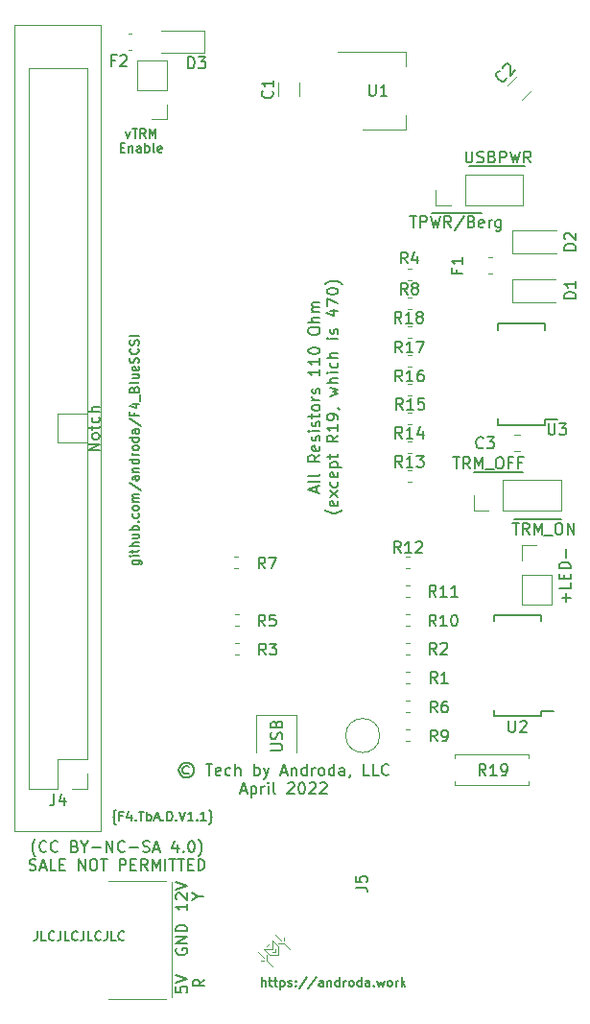
<source format=gbr>
%TF.GenerationSoftware,KiCad,Pcbnew,(6.0.2)*%
%TF.CreationDate,2022-04-05T19:05:53-06:00*%
%TF.ProjectId,F4_SMD_V1_1,46345f53-4d44-45f5-9631-5f312e6b6963,rev?*%
%TF.SameCoordinates,Original*%
%TF.FileFunction,Legend,Top*%
%TF.FilePolarity,Positive*%
%FSLAX46Y46*%
G04 Gerber Fmt 4.6, Leading zero omitted, Abs format (unit mm)*
G04 Created by KiCad (PCBNEW (6.0.2)) date 2022-04-05 19:05:53*
%MOMM*%
%LPD*%
G01*
G04 APERTURE LIST*
%ADD10C,0.150000*%
%ADD11C,0.120000*%
G04 APERTURE END LIST*
D10*
X141922499Y-81915000D02*
X146304000Y-81915000D01*
X149987000Y-104775000D02*
X145605500Y-104775000D01*
X149161500Y-108945680D02*
X153352500Y-108945680D01*
X145224499Y-77787500D02*
X150114000Y-77787500D01*
X115533191Y-112558885D02*
X116180810Y-112558885D01*
X116257000Y-112596980D01*
X116295096Y-112635076D01*
X116333191Y-112711266D01*
X116333191Y-112825552D01*
X116295096Y-112901742D01*
X116028429Y-112558885D02*
X116066524Y-112635076D01*
X116066524Y-112787457D01*
X116028429Y-112863647D01*
X115990334Y-112901742D01*
X115914143Y-112939838D01*
X115685572Y-112939838D01*
X115609381Y-112901742D01*
X115571286Y-112863647D01*
X115533191Y-112787457D01*
X115533191Y-112635076D01*
X115571286Y-112558885D01*
X116066524Y-112177933D02*
X115533191Y-112177933D01*
X115266524Y-112177933D02*
X115304620Y-112216028D01*
X115342715Y-112177933D01*
X115304620Y-112139838D01*
X115266524Y-112177933D01*
X115342715Y-112177933D01*
X115533191Y-111911266D02*
X115533191Y-111606504D01*
X115266524Y-111796980D02*
X115952239Y-111796980D01*
X116028429Y-111758885D01*
X116066524Y-111682695D01*
X116066524Y-111606504D01*
X116066524Y-111339838D02*
X115266524Y-111339838D01*
X116066524Y-110996980D02*
X115647477Y-110996980D01*
X115571286Y-111035076D01*
X115533191Y-111111266D01*
X115533191Y-111225552D01*
X115571286Y-111301742D01*
X115609381Y-111339838D01*
X115533191Y-110273171D02*
X116066524Y-110273171D01*
X115533191Y-110616028D02*
X115952239Y-110616028D01*
X116028429Y-110577933D01*
X116066524Y-110501742D01*
X116066524Y-110387457D01*
X116028429Y-110311266D01*
X115990334Y-110273171D01*
X116066524Y-109892219D02*
X115266524Y-109892219D01*
X115571286Y-109892219D02*
X115533191Y-109816028D01*
X115533191Y-109663647D01*
X115571286Y-109587457D01*
X115609381Y-109549361D01*
X115685572Y-109511266D01*
X115914143Y-109511266D01*
X115990334Y-109549361D01*
X116028429Y-109587457D01*
X116066524Y-109663647D01*
X116066524Y-109816028D01*
X116028429Y-109892219D01*
X115990334Y-109168409D02*
X116028429Y-109130314D01*
X116066524Y-109168409D01*
X116028429Y-109206504D01*
X115990334Y-109168409D01*
X116066524Y-109168409D01*
X116028429Y-108444600D02*
X116066524Y-108520790D01*
X116066524Y-108673171D01*
X116028429Y-108749361D01*
X115990334Y-108787457D01*
X115914143Y-108825552D01*
X115685572Y-108825552D01*
X115609381Y-108787457D01*
X115571286Y-108749361D01*
X115533191Y-108673171D01*
X115533191Y-108520790D01*
X115571286Y-108444600D01*
X116066524Y-107987457D02*
X116028429Y-108063647D01*
X115990334Y-108101742D01*
X115914143Y-108139838D01*
X115685572Y-108139838D01*
X115609381Y-108101742D01*
X115571286Y-108063647D01*
X115533191Y-107987457D01*
X115533191Y-107873171D01*
X115571286Y-107796980D01*
X115609381Y-107758885D01*
X115685572Y-107720790D01*
X115914143Y-107720790D01*
X115990334Y-107758885D01*
X116028429Y-107796980D01*
X116066524Y-107873171D01*
X116066524Y-107987457D01*
X116066524Y-107377933D02*
X115533191Y-107377933D01*
X115609381Y-107377933D02*
X115571286Y-107339838D01*
X115533191Y-107263647D01*
X115533191Y-107149361D01*
X115571286Y-107073171D01*
X115647477Y-107035076D01*
X116066524Y-107035076D01*
X115647477Y-107035076D02*
X115571286Y-106996980D01*
X115533191Y-106920790D01*
X115533191Y-106806504D01*
X115571286Y-106730314D01*
X115647477Y-106692219D01*
X116066524Y-106692219D01*
X115228429Y-105739838D02*
X116257000Y-106425552D01*
X116066524Y-105130314D02*
X115647477Y-105130314D01*
X115571286Y-105168409D01*
X115533191Y-105244600D01*
X115533191Y-105396980D01*
X115571286Y-105473171D01*
X116028429Y-105130314D02*
X116066524Y-105206504D01*
X116066524Y-105396980D01*
X116028429Y-105473171D01*
X115952239Y-105511266D01*
X115876048Y-105511266D01*
X115799858Y-105473171D01*
X115761762Y-105396980D01*
X115761762Y-105206504D01*
X115723667Y-105130314D01*
X115533191Y-104749361D02*
X116066524Y-104749361D01*
X115609381Y-104749361D02*
X115571286Y-104711266D01*
X115533191Y-104635076D01*
X115533191Y-104520790D01*
X115571286Y-104444600D01*
X115647477Y-104406504D01*
X116066524Y-104406504D01*
X116066524Y-103682695D02*
X115266524Y-103682695D01*
X116028429Y-103682695D02*
X116066524Y-103758885D01*
X116066524Y-103911266D01*
X116028429Y-103987457D01*
X115990334Y-104025552D01*
X115914143Y-104063647D01*
X115685572Y-104063647D01*
X115609381Y-104025552D01*
X115571286Y-103987457D01*
X115533191Y-103911266D01*
X115533191Y-103758885D01*
X115571286Y-103682695D01*
X116066524Y-103301742D02*
X115533191Y-103301742D01*
X115685572Y-103301742D02*
X115609381Y-103263647D01*
X115571286Y-103225552D01*
X115533191Y-103149361D01*
X115533191Y-103073171D01*
X116066524Y-102692219D02*
X116028429Y-102768409D01*
X115990334Y-102806504D01*
X115914143Y-102844600D01*
X115685572Y-102844600D01*
X115609381Y-102806504D01*
X115571286Y-102768409D01*
X115533191Y-102692219D01*
X115533191Y-102577933D01*
X115571286Y-102501742D01*
X115609381Y-102463647D01*
X115685572Y-102425552D01*
X115914143Y-102425552D01*
X115990334Y-102463647D01*
X116028429Y-102501742D01*
X116066524Y-102577933D01*
X116066524Y-102692219D01*
X116066524Y-101739838D02*
X115266524Y-101739838D01*
X116028429Y-101739838D02*
X116066524Y-101816028D01*
X116066524Y-101968409D01*
X116028429Y-102044600D01*
X115990334Y-102082695D01*
X115914143Y-102120790D01*
X115685572Y-102120790D01*
X115609381Y-102082695D01*
X115571286Y-102044600D01*
X115533191Y-101968409D01*
X115533191Y-101816028D01*
X115571286Y-101739838D01*
X116066524Y-101016028D02*
X115647477Y-101016028D01*
X115571286Y-101054123D01*
X115533191Y-101130314D01*
X115533191Y-101282695D01*
X115571286Y-101358885D01*
X116028429Y-101016028D02*
X116066524Y-101092219D01*
X116066524Y-101282695D01*
X116028429Y-101358885D01*
X115952239Y-101396980D01*
X115876048Y-101396980D01*
X115799858Y-101358885D01*
X115761762Y-101282695D01*
X115761762Y-101092219D01*
X115723667Y-101016028D01*
X115228429Y-100063647D02*
X116257000Y-100749361D01*
X115647477Y-99530314D02*
X115647477Y-99796980D01*
X116066524Y-99796980D02*
X115266524Y-99796980D01*
X115266524Y-99416028D01*
X115533191Y-98768409D02*
X116066524Y-98768409D01*
X115228429Y-98958885D02*
X115799858Y-99149361D01*
X115799858Y-98654123D01*
X116142715Y-98539838D02*
X116142715Y-97930314D01*
X115647477Y-97473171D02*
X115685572Y-97358885D01*
X115723667Y-97320790D01*
X115799858Y-97282695D01*
X115914143Y-97282695D01*
X115990334Y-97320790D01*
X116028429Y-97358885D01*
X116066524Y-97435076D01*
X116066524Y-97739838D01*
X115266524Y-97739838D01*
X115266524Y-97473171D01*
X115304620Y-97396980D01*
X115342715Y-97358885D01*
X115418905Y-97320790D01*
X115495096Y-97320790D01*
X115571286Y-97358885D01*
X115609381Y-97396980D01*
X115647477Y-97473171D01*
X115647477Y-97739838D01*
X116066524Y-96825552D02*
X116028429Y-96901742D01*
X115952239Y-96939838D01*
X115266524Y-96939838D01*
X115533191Y-96177933D02*
X116066524Y-96177933D01*
X115533191Y-96520790D02*
X115952239Y-96520790D01*
X116028429Y-96482695D01*
X116066524Y-96406504D01*
X116066524Y-96292219D01*
X116028429Y-96216028D01*
X115990334Y-96177933D01*
X116028429Y-95492219D02*
X116066524Y-95568409D01*
X116066524Y-95720790D01*
X116028429Y-95796980D01*
X115952239Y-95835076D01*
X115647477Y-95835076D01*
X115571286Y-95796980D01*
X115533191Y-95720790D01*
X115533191Y-95568409D01*
X115571286Y-95492219D01*
X115647477Y-95454123D01*
X115723667Y-95454123D01*
X115799858Y-95835076D01*
X116028429Y-95149361D02*
X116066524Y-95035076D01*
X116066524Y-94844600D01*
X116028429Y-94768409D01*
X115990334Y-94730314D01*
X115914143Y-94692219D01*
X115837953Y-94692219D01*
X115761762Y-94730314D01*
X115723667Y-94768409D01*
X115685572Y-94844600D01*
X115647477Y-94996980D01*
X115609381Y-95073171D01*
X115571286Y-95111266D01*
X115495096Y-95149361D01*
X115418905Y-95149361D01*
X115342715Y-95111266D01*
X115304620Y-95073171D01*
X115266524Y-94996980D01*
X115266524Y-94806504D01*
X115304620Y-94692219D01*
X115990334Y-93892219D02*
X116028429Y-93930314D01*
X116066524Y-94044600D01*
X116066524Y-94120790D01*
X116028429Y-94235076D01*
X115952239Y-94311266D01*
X115876048Y-94349361D01*
X115723667Y-94387457D01*
X115609381Y-94387457D01*
X115457000Y-94349361D01*
X115380810Y-94311266D01*
X115304620Y-94235076D01*
X115266524Y-94120790D01*
X115266524Y-94044600D01*
X115304620Y-93930314D01*
X115342715Y-93892219D01*
X116028429Y-93587457D02*
X116066524Y-93473171D01*
X116066524Y-93282695D01*
X116028429Y-93206504D01*
X115990334Y-93168409D01*
X115914143Y-93130314D01*
X115837953Y-93130314D01*
X115761762Y-93168409D01*
X115723667Y-93206504D01*
X115685572Y-93282695D01*
X115647477Y-93435076D01*
X115609381Y-93511266D01*
X115571286Y-93549361D01*
X115495096Y-93587457D01*
X115418905Y-93587457D01*
X115342715Y-93549361D01*
X115304620Y-93511266D01*
X115266524Y-93435076D01*
X115266524Y-93244600D01*
X115304620Y-93130314D01*
X116066524Y-92787457D02*
X115266524Y-92787457D01*
X107112261Y-145294404D02*
X107112261Y-145865833D01*
X107074166Y-145980119D01*
X106997976Y-146056309D01*
X106883690Y-146094404D01*
X106807500Y-146094404D01*
X107874166Y-146094404D02*
X107493214Y-146094404D01*
X107493214Y-145294404D01*
X108597976Y-146018214D02*
X108559880Y-146056309D01*
X108445595Y-146094404D01*
X108369404Y-146094404D01*
X108255119Y-146056309D01*
X108178928Y-145980119D01*
X108140833Y-145903928D01*
X108102738Y-145751547D01*
X108102738Y-145637261D01*
X108140833Y-145484880D01*
X108178928Y-145408690D01*
X108255119Y-145332500D01*
X108369404Y-145294404D01*
X108445595Y-145294404D01*
X108559880Y-145332500D01*
X108597976Y-145370595D01*
X109169404Y-145294404D02*
X109169404Y-145865833D01*
X109131309Y-145980119D01*
X109055119Y-146056309D01*
X108940833Y-146094404D01*
X108864642Y-146094404D01*
X109931309Y-146094404D02*
X109550357Y-146094404D01*
X109550357Y-145294404D01*
X110655119Y-146018214D02*
X110617023Y-146056309D01*
X110502738Y-146094404D01*
X110426547Y-146094404D01*
X110312261Y-146056309D01*
X110236071Y-145980119D01*
X110197976Y-145903928D01*
X110159880Y-145751547D01*
X110159880Y-145637261D01*
X110197976Y-145484880D01*
X110236071Y-145408690D01*
X110312261Y-145332500D01*
X110426547Y-145294404D01*
X110502738Y-145294404D01*
X110617023Y-145332500D01*
X110655119Y-145370595D01*
X111226547Y-145294404D02*
X111226547Y-145865833D01*
X111188452Y-145980119D01*
X111112261Y-146056309D01*
X110997976Y-146094404D01*
X110921785Y-146094404D01*
X111988452Y-146094404D02*
X111607500Y-146094404D01*
X111607500Y-145294404D01*
X112712261Y-146018214D02*
X112674166Y-146056309D01*
X112559880Y-146094404D01*
X112483690Y-146094404D01*
X112369404Y-146056309D01*
X112293214Y-145980119D01*
X112255119Y-145903928D01*
X112217023Y-145751547D01*
X112217023Y-145637261D01*
X112255119Y-145484880D01*
X112293214Y-145408690D01*
X112369404Y-145332500D01*
X112483690Y-145294404D01*
X112559880Y-145294404D01*
X112674166Y-145332500D01*
X112712261Y-145370595D01*
X113283690Y-145294404D02*
X113283690Y-145865833D01*
X113245595Y-145980119D01*
X113169404Y-146056309D01*
X113055119Y-146094404D01*
X112978928Y-146094404D01*
X114045595Y-146094404D02*
X113664642Y-146094404D01*
X113664642Y-145294404D01*
X114769404Y-146018214D02*
X114731309Y-146056309D01*
X114617023Y-146094404D01*
X114540833Y-146094404D01*
X114426547Y-146056309D01*
X114350357Y-145980119D01*
X114312261Y-145903928D01*
X114274166Y-145751547D01*
X114274166Y-145637261D01*
X114312261Y-145484880D01*
X114350357Y-145408690D01*
X114426547Y-145332500D01*
X114540833Y-145294404D01*
X114617023Y-145294404D01*
X114731309Y-145332500D01*
X114769404Y-145370595D01*
X149042785Y-109287060D02*
X149614214Y-109287060D01*
X149328500Y-110287060D02*
X149328500Y-109287060D01*
X150518976Y-110287060D02*
X150185642Y-109810870D01*
X149947547Y-110287060D02*
X149947547Y-109287060D01*
X150328500Y-109287060D01*
X150423738Y-109334680D01*
X150471357Y-109382299D01*
X150518976Y-109477537D01*
X150518976Y-109620394D01*
X150471357Y-109715632D01*
X150423738Y-109763251D01*
X150328500Y-109810870D01*
X149947547Y-109810870D01*
X150947547Y-110287060D02*
X150947547Y-109287060D01*
X151280880Y-110001346D01*
X151614214Y-109287060D01*
X151614214Y-110287060D01*
X151852309Y-110382299D02*
X152614214Y-110382299D01*
X153042785Y-109287060D02*
X153233261Y-109287060D01*
X153328500Y-109334680D01*
X153423738Y-109429918D01*
X153471357Y-109620394D01*
X153471357Y-109953727D01*
X153423738Y-110144203D01*
X153328500Y-110239441D01*
X153233261Y-110287060D01*
X153042785Y-110287060D01*
X152947547Y-110239441D01*
X152852309Y-110144203D01*
X152804690Y-109953727D01*
X152804690Y-109620394D01*
X152852309Y-109429918D01*
X152947547Y-109334680D01*
X153042785Y-109287060D01*
X153899928Y-110287060D02*
X153899928Y-109287060D01*
X154471357Y-110287060D01*
X154471357Y-109287060D01*
X143819952Y-103465380D02*
X144391380Y-103465380D01*
X144105666Y-104465380D02*
X144105666Y-103465380D01*
X145296142Y-104465380D02*
X144962809Y-103989190D01*
X144724714Y-104465380D02*
X144724714Y-103465380D01*
X145105666Y-103465380D01*
X145200904Y-103513000D01*
X145248523Y-103560619D01*
X145296142Y-103655857D01*
X145296142Y-103798714D01*
X145248523Y-103893952D01*
X145200904Y-103941571D01*
X145105666Y-103989190D01*
X144724714Y-103989190D01*
X145724714Y-104465380D02*
X145724714Y-103465380D01*
X146058047Y-104179666D01*
X146391380Y-103465380D01*
X146391380Y-104465380D01*
X146629476Y-104560619D02*
X147391380Y-104560619D01*
X147819952Y-103465380D02*
X148010428Y-103465380D01*
X148105666Y-103513000D01*
X148200904Y-103608238D01*
X148248523Y-103798714D01*
X148248523Y-104132047D01*
X148200904Y-104322523D01*
X148105666Y-104417761D01*
X148010428Y-104465380D01*
X147819952Y-104465380D01*
X147724714Y-104417761D01*
X147629476Y-104322523D01*
X147581857Y-104132047D01*
X147581857Y-103798714D01*
X147629476Y-103608238D01*
X147724714Y-103513000D01*
X147819952Y-103465380D01*
X149010428Y-103941571D02*
X148677095Y-103941571D01*
X148677095Y-104465380D02*
X148677095Y-103465380D01*
X149153285Y-103465380D01*
X149867571Y-103941571D02*
X149534238Y-103941571D01*
X149534238Y-104465380D02*
X149534238Y-103465380D01*
X150010428Y-103465380D01*
X114916119Y-74749571D02*
X115106595Y-75282904D01*
X115297071Y-74749571D01*
X115487547Y-74482904D02*
X115944690Y-74482904D01*
X115716119Y-75282904D02*
X115716119Y-74482904D01*
X116668500Y-75282904D02*
X116401833Y-74901952D01*
X116211357Y-75282904D02*
X116211357Y-74482904D01*
X116516119Y-74482904D01*
X116592309Y-74521000D01*
X116630404Y-74559095D01*
X116668500Y-74635285D01*
X116668500Y-74749571D01*
X116630404Y-74825761D01*
X116592309Y-74863857D01*
X116516119Y-74901952D01*
X116211357Y-74901952D01*
X117011357Y-75282904D02*
X117011357Y-74482904D01*
X117278023Y-75054333D01*
X117544690Y-74482904D01*
X117544690Y-75282904D01*
X114458976Y-76151857D02*
X114725642Y-76151857D01*
X114839928Y-76570904D02*
X114458976Y-76570904D01*
X114458976Y-75770904D01*
X114839928Y-75770904D01*
X115182785Y-76037571D02*
X115182785Y-76570904D01*
X115182785Y-76113761D02*
X115220880Y-76075666D01*
X115297071Y-76037571D01*
X115411357Y-76037571D01*
X115487547Y-76075666D01*
X115525642Y-76151857D01*
X115525642Y-76570904D01*
X116249452Y-76570904D02*
X116249452Y-76151857D01*
X116211357Y-76075666D01*
X116135166Y-76037571D01*
X115982785Y-76037571D01*
X115906595Y-76075666D01*
X116249452Y-76532809D02*
X116173261Y-76570904D01*
X115982785Y-76570904D01*
X115906595Y-76532809D01*
X115868500Y-76456619D01*
X115868500Y-76380428D01*
X115906595Y-76304238D01*
X115982785Y-76266142D01*
X116173261Y-76266142D01*
X116249452Y-76228047D01*
X116630404Y-76570904D02*
X116630404Y-75770904D01*
X116630404Y-76075666D02*
X116706595Y-76037571D01*
X116858976Y-76037571D01*
X116935166Y-76075666D01*
X116973261Y-76113761D01*
X117011357Y-76189952D01*
X117011357Y-76418523D01*
X116973261Y-76494714D01*
X116935166Y-76532809D01*
X116858976Y-76570904D01*
X116706595Y-76570904D01*
X116630404Y-76532809D01*
X117468500Y-76570904D02*
X117392309Y-76532809D01*
X117354214Y-76456619D01*
X117354214Y-75770904D01*
X118078023Y-76532809D02*
X118001833Y-76570904D01*
X117849452Y-76570904D01*
X117773261Y-76532809D01*
X117735166Y-76456619D01*
X117735166Y-76151857D01*
X117773261Y-76075666D01*
X117849452Y-76037571D01*
X118001833Y-76037571D01*
X118078023Y-76075666D01*
X118116119Y-76151857D01*
X118116119Y-76228047D01*
X117735166Y-76304238D01*
X114049054Y-135827686D02*
X114010959Y-135827686D01*
X113934768Y-135789591D01*
X113896673Y-135713400D01*
X113896673Y-135332448D01*
X113858578Y-135256258D01*
X113782387Y-135218162D01*
X113858578Y-135180067D01*
X113896673Y-135103877D01*
X113896673Y-134722924D01*
X113934768Y-134646734D01*
X114010959Y-134608639D01*
X114049054Y-134608639D01*
X114620482Y-135103877D02*
X114353816Y-135103877D01*
X114353816Y-135522924D02*
X114353816Y-134722924D01*
X114734768Y-134722924D01*
X115382387Y-134989591D02*
X115382387Y-135522924D01*
X115191911Y-134684829D02*
X115001435Y-135256258D01*
X115496673Y-135256258D01*
X115801435Y-135446734D02*
X115839530Y-135484829D01*
X115801435Y-135522924D01*
X115763340Y-135484829D01*
X115801435Y-135446734D01*
X115801435Y-135522924D01*
X116068101Y-134722924D02*
X116525244Y-134722924D01*
X116296673Y-135522924D02*
X116296673Y-134722924D01*
X116791911Y-135522924D02*
X116791911Y-134722924D01*
X116791911Y-135027686D02*
X116868101Y-134989591D01*
X117020482Y-134989591D01*
X117096673Y-135027686D01*
X117134768Y-135065781D01*
X117172863Y-135141972D01*
X117172863Y-135370543D01*
X117134768Y-135446734D01*
X117096673Y-135484829D01*
X117020482Y-135522924D01*
X116868101Y-135522924D01*
X116791911Y-135484829D01*
X117477625Y-135294353D02*
X117858578Y-135294353D01*
X117401435Y-135522924D02*
X117668101Y-134722924D01*
X117934768Y-135522924D01*
X118201435Y-135446734D02*
X118239530Y-135484829D01*
X118201435Y-135522924D01*
X118163340Y-135484829D01*
X118201435Y-135446734D01*
X118201435Y-135522924D01*
X118582387Y-135522924D02*
X118582387Y-134722924D01*
X118772863Y-134722924D01*
X118887149Y-134761020D01*
X118963340Y-134837210D01*
X119001435Y-134913400D01*
X119039530Y-135065781D01*
X119039530Y-135180067D01*
X119001435Y-135332448D01*
X118963340Y-135408639D01*
X118887149Y-135484829D01*
X118772863Y-135522924D01*
X118582387Y-135522924D01*
X119382387Y-135446734D02*
X119420482Y-135484829D01*
X119382387Y-135522924D01*
X119344292Y-135484829D01*
X119382387Y-135446734D01*
X119382387Y-135522924D01*
X119649054Y-134722924D02*
X119915720Y-135522924D01*
X120182387Y-134722924D01*
X120868101Y-135522924D02*
X120410959Y-135522924D01*
X120639530Y-135522924D02*
X120639530Y-134722924D01*
X120563340Y-134837210D01*
X120487149Y-134913400D01*
X120410959Y-134951496D01*
X121210959Y-135446734D02*
X121249054Y-135484829D01*
X121210959Y-135522924D01*
X121172863Y-135484829D01*
X121210959Y-135446734D01*
X121210959Y-135522924D01*
X122010959Y-135522924D02*
X121553816Y-135522924D01*
X121782387Y-135522924D02*
X121782387Y-134722924D01*
X121706197Y-134837210D01*
X121630006Y-134913400D01*
X121553816Y-134951496D01*
X122277625Y-135827686D02*
X122315720Y-135827686D01*
X122391911Y-135789591D01*
X122430006Y-135713400D01*
X122430006Y-135332448D01*
X122468101Y-135256258D01*
X122544292Y-135218162D01*
X122468101Y-135180067D01*
X122430006Y-135103877D01*
X122430006Y-134722924D01*
X122391911Y-134646734D01*
X122315720Y-134608639D01*
X122277625Y-134608639D01*
X140010071Y-82192880D02*
X140581500Y-82192880D01*
X140295785Y-83192880D02*
X140295785Y-82192880D01*
X140914833Y-83192880D02*
X140914833Y-82192880D01*
X141295785Y-82192880D01*
X141391023Y-82240500D01*
X141438642Y-82288119D01*
X141486261Y-82383357D01*
X141486261Y-82526214D01*
X141438642Y-82621452D01*
X141391023Y-82669071D01*
X141295785Y-82716690D01*
X140914833Y-82716690D01*
X141819595Y-82192880D02*
X142057690Y-83192880D01*
X142248166Y-82478595D01*
X142438642Y-83192880D01*
X142676738Y-82192880D01*
X143629119Y-83192880D02*
X143295785Y-82716690D01*
X143057690Y-83192880D02*
X143057690Y-82192880D01*
X143438642Y-82192880D01*
X143533880Y-82240500D01*
X143581500Y-82288119D01*
X143629119Y-82383357D01*
X143629119Y-82526214D01*
X143581500Y-82621452D01*
X143533880Y-82669071D01*
X143438642Y-82716690D01*
X143057690Y-82716690D01*
X144771976Y-82145261D02*
X143914833Y-83430976D01*
X145438642Y-82669071D02*
X145581500Y-82716690D01*
X145629119Y-82764309D01*
X145676738Y-82859547D01*
X145676738Y-83002404D01*
X145629119Y-83097642D01*
X145581500Y-83145261D01*
X145486261Y-83192880D01*
X145105309Y-83192880D01*
X145105309Y-82192880D01*
X145438642Y-82192880D01*
X145533880Y-82240500D01*
X145581500Y-82288119D01*
X145629119Y-82383357D01*
X145629119Y-82478595D01*
X145581500Y-82573833D01*
X145533880Y-82621452D01*
X145438642Y-82669071D01*
X145105309Y-82669071D01*
X146486261Y-83145261D02*
X146391023Y-83192880D01*
X146200547Y-83192880D01*
X146105309Y-83145261D01*
X146057690Y-83050023D01*
X146057690Y-82669071D01*
X146105309Y-82573833D01*
X146200547Y-82526214D01*
X146391023Y-82526214D01*
X146486261Y-82573833D01*
X146533880Y-82669071D01*
X146533880Y-82764309D01*
X146057690Y-82859547D01*
X146962452Y-83192880D02*
X146962452Y-82526214D01*
X146962452Y-82716690D02*
X147010071Y-82621452D01*
X147057690Y-82573833D01*
X147152928Y-82526214D01*
X147248166Y-82526214D01*
X148010071Y-82526214D02*
X148010071Y-83335738D01*
X147962452Y-83430976D01*
X147914833Y-83478595D01*
X147819595Y-83526214D01*
X147676738Y-83526214D01*
X147581500Y-83478595D01*
X148010071Y-83145261D02*
X147914833Y-83192880D01*
X147724357Y-83192880D01*
X147629119Y-83145261D01*
X147581500Y-83097642D01*
X147533880Y-83002404D01*
X147533880Y-82716690D01*
X147581500Y-82621452D01*
X147629119Y-82573833D01*
X147724357Y-82526214D01*
X147914833Y-82526214D01*
X148010071Y-82573833D01*
X153771908Y-116243122D02*
X153771908Y-115481218D01*
X154152860Y-115862170D02*
X153390956Y-115862170D01*
X154152860Y-114528837D02*
X154152860Y-115005027D01*
X153152860Y-115005027D01*
X153629051Y-114195503D02*
X153629051Y-113862170D01*
X154152860Y-113719313D02*
X154152860Y-114195503D01*
X153152860Y-114195503D01*
X153152860Y-113719313D01*
X154152860Y-113290741D02*
X153152860Y-113290741D01*
X153152860Y-113052646D01*
X153200480Y-112909789D01*
X153295718Y-112814551D01*
X153390956Y-112766932D01*
X153581432Y-112719313D01*
X153724289Y-112719313D01*
X153914765Y-112766932D01*
X154010003Y-112814551D01*
X154105241Y-112909789D01*
X154152860Y-113052646D01*
X154152860Y-113290741D01*
X153771908Y-112290741D02*
X153771908Y-111528837D01*
X120459598Y-130782596D02*
X120364360Y-130734977D01*
X120173883Y-130734977D01*
X120078645Y-130782596D01*
X119983407Y-130877834D01*
X119935788Y-130973072D01*
X119935788Y-131163548D01*
X119983407Y-131258786D01*
X120078645Y-131354024D01*
X120173883Y-131401643D01*
X120364360Y-131401643D01*
X120459598Y-131354024D01*
X120269121Y-130401643D02*
X120031026Y-130449262D01*
X119792931Y-130592120D01*
X119650074Y-130830215D01*
X119602455Y-131068310D01*
X119650074Y-131306405D01*
X119792931Y-131544500D01*
X120031026Y-131687358D01*
X120269121Y-131734977D01*
X120507217Y-131687358D01*
X120745312Y-131544500D01*
X120888169Y-131306405D01*
X120935788Y-131068310D01*
X120888169Y-130830215D01*
X120745312Y-130592120D01*
X120507217Y-130449262D01*
X120269121Y-130401643D01*
X121983407Y-130544500D02*
X122554836Y-130544500D01*
X122269121Y-131544500D02*
X122269121Y-130544500D01*
X123269121Y-131496881D02*
X123173883Y-131544500D01*
X122983407Y-131544500D01*
X122888169Y-131496881D01*
X122840550Y-131401643D01*
X122840550Y-131020691D01*
X122888169Y-130925453D01*
X122983407Y-130877834D01*
X123173883Y-130877834D01*
X123269121Y-130925453D01*
X123316740Y-131020691D01*
X123316740Y-131115929D01*
X122840550Y-131211167D01*
X124173883Y-131496881D02*
X124078645Y-131544500D01*
X123888169Y-131544500D01*
X123792931Y-131496881D01*
X123745312Y-131449262D01*
X123697693Y-131354024D01*
X123697693Y-131068310D01*
X123745312Y-130973072D01*
X123792931Y-130925453D01*
X123888169Y-130877834D01*
X124078645Y-130877834D01*
X124173883Y-130925453D01*
X124602455Y-131544500D02*
X124602455Y-130544500D01*
X125031026Y-131544500D02*
X125031026Y-131020691D01*
X124983407Y-130925453D01*
X124888169Y-130877834D01*
X124745312Y-130877834D01*
X124650074Y-130925453D01*
X124602455Y-130973072D01*
X126269121Y-131544500D02*
X126269121Y-130544500D01*
X126269121Y-130925453D02*
X126364360Y-130877834D01*
X126554836Y-130877834D01*
X126650074Y-130925453D01*
X126697693Y-130973072D01*
X126745312Y-131068310D01*
X126745312Y-131354024D01*
X126697693Y-131449262D01*
X126650074Y-131496881D01*
X126554836Y-131544500D01*
X126364360Y-131544500D01*
X126269121Y-131496881D01*
X127078645Y-130877834D02*
X127316740Y-131544500D01*
X127554836Y-130877834D02*
X127316740Y-131544500D01*
X127221502Y-131782596D01*
X127173883Y-131830215D01*
X127078645Y-131877834D01*
X128650074Y-131258786D02*
X129126264Y-131258786D01*
X128554836Y-131544500D02*
X128888169Y-130544500D01*
X129221502Y-131544500D01*
X129554836Y-130877834D02*
X129554836Y-131544500D01*
X129554836Y-130973072D02*
X129602455Y-130925453D01*
X129697693Y-130877834D01*
X129840550Y-130877834D01*
X129935788Y-130925453D01*
X129983407Y-131020691D01*
X129983407Y-131544500D01*
X130888169Y-131544500D02*
X130888169Y-130544500D01*
X130888169Y-131496881D02*
X130792931Y-131544500D01*
X130602455Y-131544500D01*
X130507217Y-131496881D01*
X130459598Y-131449262D01*
X130411979Y-131354024D01*
X130411979Y-131068310D01*
X130459598Y-130973072D01*
X130507217Y-130925453D01*
X130602455Y-130877834D01*
X130792931Y-130877834D01*
X130888169Y-130925453D01*
X131364360Y-131544500D02*
X131364360Y-130877834D01*
X131364360Y-131068310D02*
X131411979Y-130973072D01*
X131459598Y-130925453D01*
X131554836Y-130877834D01*
X131650074Y-130877834D01*
X132126264Y-131544500D02*
X132031026Y-131496881D01*
X131983407Y-131449262D01*
X131935788Y-131354024D01*
X131935788Y-131068310D01*
X131983407Y-130973072D01*
X132031026Y-130925453D01*
X132126264Y-130877834D01*
X132269121Y-130877834D01*
X132364360Y-130925453D01*
X132411979Y-130973072D01*
X132459598Y-131068310D01*
X132459598Y-131354024D01*
X132411979Y-131449262D01*
X132364360Y-131496881D01*
X132269121Y-131544500D01*
X132126264Y-131544500D01*
X133316740Y-131544500D02*
X133316740Y-130544500D01*
X133316740Y-131496881D02*
X133221502Y-131544500D01*
X133031026Y-131544500D01*
X132935788Y-131496881D01*
X132888169Y-131449262D01*
X132840550Y-131354024D01*
X132840550Y-131068310D01*
X132888169Y-130973072D01*
X132935788Y-130925453D01*
X133031026Y-130877834D01*
X133221502Y-130877834D01*
X133316740Y-130925453D01*
X134221502Y-131544500D02*
X134221502Y-131020691D01*
X134173883Y-130925453D01*
X134078645Y-130877834D01*
X133888169Y-130877834D01*
X133792931Y-130925453D01*
X134221502Y-131496881D02*
X134126264Y-131544500D01*
X133888169Y-131544500D01*
X133792931Y-131496881D01*
X133745312Y-131401643D01*
X133745312Y-131306405D01*
X133792931Y-131211167D01*
X133888169Y-131163548D01*
X134126264Y-131163548D01*
X134221502Y-131115929D01*
X134745312Y-131496881D02*
X134745312Y-131544500D01*
X134697693Y-131639739D01*
X134650074Y-131687358D01*
X136411979Y-131544500D02*
X135935788Y-131544500D01*
X135935788Y-130544500D01*
X137221502Y-131544500D02*
X136745312Y-131544500D01*
X136745312Y-130544500D01*
X138126264Y-131449262D02*
X138078645Y-131496881D01*
X137935788Y-131544500D01*
X137840550Y-131544500D01*
X137697693Y-131496881D01*
X137602455Y-131401643D01*
X137554836Y-131306405D01*
X137507217Y-131115929D01*
X137507217Y-130973072D01*
X137554836Y-130782596D01*
X137602455Y-130687358D01*
X137697693Y-130592120D01*
X137840550Y-130544500D01*
X137935788Y-130544500D01*
X138078645Y-130592120D01*
X138126264Y-130639739D01*
X125078645Y-132868786D02*
X125554836Y-132868786D01*
X124983407Y-133154500D02*
X125316740Y-132154500D01*
X125650074Y-133154500D01*
X125983407Y-132487834D02*
X125983407Y-133487834D01*
X125983407Y-132535453D02*
X126078645Y-132487834D01*
X126269121Y-132487834D01*
X126364360Y-132535453D01*
X126411979Y-132583072D01*
X126459598Y-132678310D01*
X126459598Y-132964024D01*
X126411979Y-133059262D01*
X126364360Y-133106881D01*
X126269121Y-133154500D01*
X126078645Y-133154500D01*
X125983407Y-133106881D01*
X126888169Y-133154500D02*
X126888169Y-132487834D01*
X126888169Y-132678310D02*
X126935788Y-132583072D01*
X126983407Y-132535453D01*
X127078645Y-132487834D01*
X127173883Y-132487834D01*
X127507217Y-133154500D02*
X127507217Y-132487834D01*
X127507217Y-132154500D02*
X127459598Y-132202120D01*
X127507217Y-132249739D01*
X127554836Y-132202120D01*
X127507217Y-132154500D01*
X127507217Y-132249739D01*
X128126264Y-133154500D02*
X128031026Y-133106881D01*
X127983407Y-133011643D01*
X127983407Y-132154500D01*
X129221502Y-132249739D02*
X129269121Y-132202120D01*
X129364360Y-132154500D01*
X129602455Y-132154500D01*
X129697693Y-132202120D01*
X129745312Y-132249739D01*
X129792931Y-132344977D01*
X129792931Y-132440215D01*
X129745312Y-132583072D01*
X129173883Y-133154500D01*
X129792931Y-133154500D01*
X130411979Y-132154500D02*
X130507217Y-132154500D01*
X130602455Y-132202120D01*
X130650074Y-132249739D01*
X130697693Y-132344977D01*
X130745312Y-132535453D01*
X130745312Y-132773548D01*
X130697693Y-132964024D01*
X130650074Y-133059262D01*
X130602455Y-133106881D01*
X130507217Y-133154500D01*
X130411979Y-133154500D01*
X130316740Y-133106881D01*
X130269121Y-133059262D01*
X130221502Y-132964024D01*
X130173883Y-132773548D01*
X130173883Y-132535453D01*
X130221502Y-132344977D01*
X130269121Y-132249739D01*
X130316740Y-132202120D01*
X130411979Y-132154500D01*
X131126264Y-132249739D02*
X131173883Y-132202120D01*
X131269121Y-132154500D01*
X131507217Y-132154500D01*
X131602455Y-132202120D01*
X131650074Y-132249739D01*
X131697693Y-132344977D01*
X131697693Y-132440215D01*
X131650074Y-132583072D01*
X131078645Y-133154500D01*
X131697693Y-133154500D01*
X132078645Y-132249739D02*
X132126264Y-132202120D01*
X132221502Y-132154500D01*
X132459598Y-132154500D01*
X132554836Y-132202120D01*
X132602455Y-132249739D01*
X132650074Y-132344977D01*
X132650074Y-132440215D01*
X132602455Y-132583072D01*
X132031026Y-133154500D01*
X132650074Y-133154500D01*
X106954583Y-138686933D02*
X106906964Y-138639314D01*
X106811726Y-138496457D01*
X106764107Y-138401219D01*
X106716488Y-138258361D01*
X106668869Y-138020266D01*
X106668869Y-137829790D01*
X106716488Y-137591695D01*
X106764107Y-137448838D01*
X106811726Y-137353600D01*
X106906964Y-137210742D01*
X106954583Y-137163123D01*
X107906964Y-138210742D02*
X107859345Y-138258361D01*
X107716488Y-138305980D01*
X107621250Y-138305980D01*
X107478393Y-138258361D01*
X107383155Y-138163123D01*
X107335536Y-138067885D01*
X107287917Y-137877409D01*
X107287917Y-137734552D01*
X107335536Y-137544076D01*
X107383155Y-137448838D01*
X107478393Y-137353600D01*
X107621250Y-137305980D01*
X107716488Y-137305980D01*
X107859345Y-137353600D01*
X107906964Y-137401219D01*
X108906964Y-138210742D02*
X108859345Y-138258361D01*
X108716488Y-138305980D01*
X108621250Y-138305980D01*
X108478393Y-138258361D01*
X108383155Y-138163123D01*
X108335536Y-138067885D01*
X108287917Y-137877409D01*
X108287917Y-137734552D01*
X108335536Y-137544076D01*
X108383155Y-137448838D01*
X108478393Y-137353600D01*
X108621250Y-137305980D01*
X108716488Y-137305980D01*
X108859345Y-137353600D01*
X108906964Y-137401219D01*
X110430774Y-137782171D02*
X110573631Y-137829790D01*
X110621250Y-137877409D01*
X110668869Y-137972647D01*
X110668869Y-138115504D01*
X110621250Y-138210742D01*
X110573631Y-138258361D01*
X110478393Y-138305980D01*
X110097440Y-138305980D01*
X110097440Y-137305980D01*
X110430774Y-137305980D01*
X110526012Y-137353600D01*
X110573631Y-137401219D01*
X110621250Y-137496457D01*
X110621250Y-137591695D01*
X110573631Y-137686933D01*
X110526012Y-137734552D01*
X110430774Y-137782171D01*
X110097440Y-137782171D01*
X111287917Y-137829790D02*
X111287917Y-138305980D01*
X110954583Y-137305980D02*
X111287917Y-137829790D01*
X111621250Y-137305980D01*
X111954583Y-137925028D02*
X112716488Y-137925028D01*
X113192679Y-138305980D02*
X113192679Y-137305980D01*
X113764107Y-138305980D01*
X113764107Y-137305980D01*
X114811726Y-138210742D02*
X114764107Y-138258361D01*
X114621250Y-138305980D01*
X114526012Y-138305980D01*
X114383155Y-138258361D01*
X114287917Y-138163123D01*
X114240298Y-138067885D01*
X114192679Y-137877409D01*
X114192679Y-137734552D01*
X114240298Y-137544076D01*
X114287917Y-137448838D01*
X114383155Y-137353600D01*
X114526012Y-137305980D01*
X114621250Y-137305980D01*
X114764107Y-137353600D01*
X114811726Y-137401219D01*
X115240298Y-137925028D02*
X116002202Y-137925028D01*
X116430774Y-138258361D02*
X116573631Y-138305980D01*
X116811726Y-138305980D01*
X116906964Y-138258361D01*
X116954583Y-138210742D01*
X117002202Y-138115504D01*
X117002202Y-138020266D01*
X116954583Y-137925028D01*
X116906964Y-137877409D01*
X116811726Y-137829790D01*
X116621250Y-137782171D01*
X116526012Y-137734552D01*
X116478393Y-137686933D01*
X116430774Y-137591695D01*
X116430774Y-137496457D01*
X116478393Y-137401219D01*
X116526012Y-137353600D01*
X116621250Y-137305980D01*
X116859345Y-137305980D01*
X117002202Y-137353600D01*
X117383155Y-138020266D02*
X117859345Y-138020266D01*
X117287917Y-138305980D02*
X117621250Y-137305980D01*
X117954583Y-138305980D01*
X119478393Y-137639314D02*
X119478393Y-138305980D01*
X119240298Y-137258361D02*
X119002202Y-137972647D01*
X119621250Y-137972647D01*
X120002202Y-138210742D02*
X120049821Y-138258361D01*
X120002202Y-138305980D01*
X119954583Y-138258361D01*
X120002202Y-138210742D01*
X120002202Y-138305980D01*
X120668869Y-137305980D02*
X120764107Y-137305980D01*
X120859345Y-137353600D01*
X120906964Y-137401219D01*
X120954583Y-137496457D01*
X121002202Y-137686933D01*
X121002202Y-137925028D01*
X120954583Y-138115504D01*
X120906964Y-138210742D01*
X120859345Y-138258361D01*
X120764107Y-138305980D01*
X120668869Y-138305980D01*
X120573631Y-138258361D01*
X120526012Y-138210742D01*
X120478393Y-138115504D01*
X120430774Y-137925028D01*
X120430774Y-137686933D01*
X120478393Y-137496457D01*
X120526012Y-137401219D01*
X120573631Y-137353600D01*
X120668869Y-137305980D01*
X121335536Y-138686933D02*
X121383155Y-138639314D01*
X121478393Y-138496457D01*
X121526012Y-138401219D01*
X121573631Y-138258361D01*
X121621250Y-138020266D01*
X121621250Y-137829790D01*
X121573631Y-137591695D01*
X121526012Y-137448838D01*
X121478393Y-137353600D01*
X121383155Y-137210742D01*
X121335536Y-137163123D01*
X106406964Y-139868361D02*
X106549821Y-139915980D01*
X106787917Y-139915980D01*
X106883155Y-139868361D01*
X106930774Y-139820742D01*
X106978393Y-139725504D01*
X106978393Y-139630266D01*
X106930774Y-139535028D01*
X106883155Y-139487409D01*
X106787917Y-139439790D01*
X106597440Y-139392171D01*
X106502202Y-139344552D01*
X106454583Y-139296933D01*
X106406964Y-139201695D01*
X106406964Y-139106457D01*
X106454583Y-139011219D01*
X106502202Y-138963600D01*
X106597440Y-138915980D01*
X106835536Y-138915980D01*
X106978393Y-138963600D01*
X107359345Y-139630266D02*
X107835536Y-139630266D01*
X107264107Y-139915980D02*
X107597440Y-138915980D01*
X107930774Y-139915980D01*
X108740298Y-139915980D02*
X108264107Y-139915980D01*
X108264107Y-138915980D01*
X109073631Y-139392171D02*
X109406964Y-139392171D01*
X109549821Y-139915980D02*
X109073631Y-139915980D01*
X109073631Y-138915980D01*
X109549821Y-138915980D01*
X110740298Y-139915980D02*
X110740298Y-138915980D01*
X111311726Y-139915980D01*
X111311726Y-138915980D01*
X111978393Y-138915980D02*
X112168869Y-138915980D01*
X112264107Y-138963600D01*
X112359345Y-139058838D01*
X112406964Y-139249314D01*
X112406964Y-139582647D01*
X112359345Y-139773123D01*
X112264107Y-139868361D01*
X112168869Y-139915980D01*
X111978393Y-139915980D01*
X111883155Y-139868361D01*
X111787917Y-139773123D01*
X111740298Y-139582647D01*
X111740298Y-139249314D01*
X111787917Y-139058838D01*
X111883155Y-138963600D01*
X111978393Y-138915980D01*
X112692679Y-138915980D02*
X113264107Y-138915980D01*
X112978393Y-139915980D02*
X112978393Y-138915980D01*
X114359345Y-139915980D02*
X114359345Y-138915980D01*
X114740298Y-138915980D01*
X114835536Y-138963600D01*
X114883155Y-139011219D01*
X114930774Y-139106457D01*
X114930774Y-139249314D01*
X114883155Y-139344552D01*
X114835536Y-139392171D01*
X114740298Y-139439790D01*
X114359345Y-139439790D01*
X115359345Y-139392171D02*
X115692679Y-139392171D01*
X115835536Y-139915980D02*
X115359345Y-139915980D01*
X115359345Y-138915980D01*
X115835536Y-138915980D01*
X116835536Y-139915980D02*
X116502202Y-139439790D01*
X116264107Y-139915980D02*
X116264107Y-138915980D01*
X116645060Y-138915980D01*
X116740298Y-138963600D01*
X116787917Y-139011219D01*
X116835536Y-139106457D01*
X116835536Y-139249314D01*
X116787917Y-139344552D01*
X116740298Y-139392171D01*
X116645060Y-139439790D01*
X116264107Y-139439790D01*
X117264107Y-139915980D02*
X117264107Y-138915980D01*
X117597440Y-139630266D01*
X117930774Y-138915980D01*
X117930774Y-139915980D01*
X118406964Y-139915980D02*
X118406964Y-138915980D01*
X118740298Y-138915980D02*
X119311726Y-138915980D01*
X119026012Y-139915980D02*
X119026012Y-138915980D01*
X119502202Y-138915980D02*
X120073631Y-138915980D01*
X119787917Y-139915980D02*
X119787917Y-138915980D01*
X120406964Y-139392171D02*
X120740298Y-139392171D01*
X120883155Y-139915980D02*
X120406964Y-139915980D01*
X120406964Y-138915980D01*
X120883155Y-138915980D01*
X121311726Y-139915980D02*
X121311726Y-138915980D01*
X121549821Y-138915980D01*
X121692679Y-138963600D01*
X121787917Y-139058838D01*
X121835536Y-139154076D01*
X121883155Y-139344552D01*
X121883155Y-139487409D01*
X121835536Y-139677885D01*
X121787917Y-139773123D01*
X121692679Y-139868361D01*
X121549821Y-139915980D01*
X121311726Y-139915980D01*
X131751666Y-106554761D02*
X131751666Y-106078571D01*
X132037380Y-106650000D02*
X131037380Y-106316666D01*
X132037380Y-105983333D01*
X132037380Y-105507142D02*
X131989761Y-105602380D01*
X131894523Y-105650000D01*
X131037380Y-105650000D01*
X132037380Y-104983333D02*
X131989761Y-105078571D01*
X131894523Y-105126190D01*
X131037380Y-105126190D01*
X132037380Y-103269047D02*
X131561190Y-103602380D01*
X132037380Y-103840476D02*
X131037380Y-103840476D01*
X131037380Y-103459523D01*
X131085000Y-103364285D01*
X131132619Y-103316666D01*
X131227857Y-103269047D01*
X131370714Y-103269047D01*
X131465952Y-103316666D01*
X131513571Y-103364285D01*
X131561190Y-103459523D01*
X131561190Y-103840476D01*
X131989761Y-102459523D02*
X132037380Y-102554761D01*
X132037380Y-102745238D01*
X131989761Y-102840476D01*
X131894523Y-102888095D01*
X131513571Y-102888095D01*
X131418333Y-102840476D01*
X131370714Y-102745238D01*
X131370714Y-102554761D01*
X131418333Y-102459523D01*
X131513571Y-102411904D01*
X131608809Y-102411904D01*
X131704047Y-102888095D01*
X131989761Y-102030952D02*
X132037380Y-101935714D01*
X132037380Y-101745238D01*
X131989761Y-101650000D01*
X131894523Y-101602380D01*
X131846904Y-101602380D01*
X131751666Y-101650000D01*
X131704047Y-101745238D01*
X131704047Y-101888095D01*
X131656428Y-101983333D01*
X131561190Y-102030952D01*
X131513571Y-102030952D01*
X131418333Y-101983333D01*
X131370714Y-101888095D01*
X131370714Y-101745238D01*
X131418333Y-101650000D01*
X132037380Y-101173809D02*
X131370714Y-101173809D01*
X131037380Y-101173809D02*
X131085000Y-101221428D01*
X131132619Y-101173809D01*
X131085000Y-101126190D01*
X131037380Y-101173809D01*
X131132619Y-101173809D01*
X131989761Y-100745238D02*
X132037380Y-100650000D01*
X132037380Y-100459523D01*
X131989761Y-100364285D01*
X131894523Y-100316666D01*
X131846904Y-100316666D01*
X131751666Y-100364285D01*
X131704047Y-100459523D01*
X131704047Y-100602380D01*
X131656428Y-100697619D01*
X131561190Y-100745238D01*
X131513571Y-100745238D01*
X131418333Y-100697619D01*
X131370714Y-100602380D01*
X131370714Y-100459523D01*
X131418333Y-100364285D01*
X131370714Y-100030952D02*
X131370714Y-99650000D01*
X131037380Y-99888095D02*
X131894523Y-99888095D01*
X131989761Y-99840476D01*
X132037380Y-99745238D01*
X132037380Y-99650000D01*
X132037380Y-99173809D02*
X131989761Y-99269047D01*
X131942142Y-99316666D01*
X131846904Y-99364285D01*
X131561190Y-99364285D01*
X131465952Y-99316666D01*
X131418333Y-99269047D01*
X131370714Y-99173809D01*
X131370714Y-99030952D01*
X131418333Y-98935714D01*
X131465952Y-98888095D01*
X131561190Y-98840476D01*
X131846904Y-98840476D01*
X131942142Y-98888095D01*
X131989761Y-98935714D01*
X132037380Y-99030952D01*
X132037380Y-99173809D01*
X132037380Y-98411904D02*
X131370714Y-98411904D01*
X131561190Y-98411904D02*
X131465952Y-98364285D01*
X131418333Y-98316666D01*
X131370714Y-98221428D01*
X131370714Y-98126190D01*
X131989761Y-97840476D02*
X132037380Y-97745238D01*
X132037380Y-97554761D01*
X131989761Y-97459523D01*
X131894523Y-97411904D01*
X131846904Y-97411904D01*
X131751666Y-97459523D01*
X131704047Y-97554761D01*
X131704047Y-97697619D01*
X131656428Y-97792857D01*
X131561190Y-97840476D01*
X131513571Y-97840476D01*
X131418333Y-97792857D01*
X131370714Y-97697619D01*
X131370714Y-97554761D01*
X131418333Y-97459523D01*
X132037380Y-95697619D02*
X132037380Y-96269047D01*
X132037380Y-95983333D02*
X131037380Y-95983333D01*
X131180238Y-96078571D01*
X131275476Y-96173809D01*
X131323095Y-96269047D01*
X132037380Y-94745238D02*
X132037380Y-95316666D01*
X132037380Y-95030952D02*
X131037380Y-95030952D01*
X131180238Y-95126190D01*
X131275476Y-95221428D01*
X131323095Y-95316666D01*
X131037380Y-94126190D02*
X131037380Y-94030952D01*
X131085000Y-93935714D01*
X131132619Y-93888095D01*
X131227857Y-93840476D01*
X131418333Y-93792857D01*
X131656428Y-93792857D01*
X131846904Y-93840476D01*
X131942142Y-93888095D01*
X131989761Y-93935714D01*
X132037380Y-94030952D01*
X132037380Y-94126190D01*
X131989761Y-94221428D01*
X131942142Y-94269047D01*
X131846904Y-94316666D01*
X131656428Y-94364285D01*
X131418333Y-94364285D01*
X131227857Y-94316666D01*
X131132619Y-94269047D01*
X131085000Y-94221428D01*
X131037380Y-94126190D01*
X131037380Y-92411904D02*
X131037380Y-92221428D01*
X131085000Y-92126190D01*
X131180238Y-92030952D01*
X131370714Y-91983333D01*
X131704047Y-91983333D01*
X131894523Y-92030952D01*
X131989761Y-92126190D01*
X132037380Y-92221428D01*
X132037380Y-92411904D01*
X131989761Y-92507142D01*
X131894523Y-92602380D01*
X131704047Y-92650000D01*
X131370714Y-92650000D01*
X131180238Y-92602380D01*
X131085000Y-92507142D01*
X131037380Y-92411904D01*
X132037380Y-91554761D02*
X131037380Y-91554761D01*
X132037380Y-91126190D02*
X131513571Y-91126190D01*
X131418333Y-91173809D01*
X131370714Y-91269047D01*
X131370714Y-91411904D01*
X131418333Y-91507142D01*
X131465952Y-91554761D01*
X132037380Y-90650000D02*
X131370714Y-90650000D01*
X131465952Y-90650000D02*
X131418333Y-90602380D01*
X131370714Y-90507142D01*
X131370714Y-90364285D01*
X131418333Y-90269047D01*
X131513571Y-90221428D01*
X132037380Y-90221428D01*
X131513571Y-90221428D02*
X131418333Y-90173809D01*
X131370714Y-90078571D01*
X131370714Y-89935714D01*
X131418333Y-89840476D01*
X131513571Y-89792857D01*
X132037380Y-89792857D01*
X134028333Y-108102380D02*
X133980714Y-108150000D01*
X133837857Y-108245238D01*
X133742619Y-108292857D01*
X133599761Y-108340476D01*
X133361666Y-108388095D01*
X133171190Y-108388095D01*
X132933095Y-108340476D01*
X132790238Y-108292857D01*
X132695000Y-108245238D01*
X132552142Y-108150000D01*
X132504523Y-108102380D01*
X133599761Y-107340476D02*
X133647380Y-107435714D01*
X133647380Y-107626190D01*
X133599761Y-107721428D01*
X133504523Y-107769047D01*
X133123571Y-107769047D01*
X133028333Y-107721428D01*
X132980714Y-107626190D01*
X132980714Y-107435714D01*
X133028333Y-107340476D01*
X133123571Y-107292857D01*
X133218809Y-107292857D01*
X133314047Y-107769047D01*
X133647380Y-106959523D02*
X132980714Y-106435714D01*
X132980714Y-106959523D02*
X133647380Y-106435714D01*
X133599761Y-105626190D02*
X133647380Y-105721428D01*
X133647380Y-105911904D01*
X133599761Y-106007142D01*
X133552142Y-106054761D01*
X133456904Y-106102380D01*
X133171190Y-106102380D01*
X133075952Y-106054761D01*
X133028333Y-106007142D01*
X132980714Y-105911904D01*
X132980714Y-105721428D01*
X133028333Y-105626190D01*
X133599761Y-104816666D02*
X133647380Y-104911904D01*
X133647380Y-105102380D01*
X133599761Y-105197619D01*
X133504523Y-105245238D01*
X133123571Y-105245238D01*
X133028333Y-105197619D01*
X132980714Y-105102380D01*
X132980714Y-104911904D01*
X133028333Y-104816666D01*
X133123571Y-104769047D01*
X133218809Y-104769047D01*
X133314047Y-105245238D01*
X132980714Y-104340476D02*
X133980714Y-104340476D01*
X133028333Y-104340476D02*
X132980714Y-104245238D01*
X132980714Y-104054761D01*
X133028333Y-103959523D01*
X133075952Y-103911904D01*
X133171190Y-103864285D01*
X133456904Y-103864285D01*
X133552142Y-103911904D01*
X133599761Y-103959523D01*
X133647380Y-104054761D01*
X133647380Y-104245238D01*
X133599761Y-104340476D01*
X132980714Y-103578571D02*
X132980714Y-103197619D01*
X132647380Y-103435714D02*
X133504523Y-103435714D01*
X133599761Y-103388095D01*
X133647380Y-103292857D01*
X133647380Y-103197619D01*
X133647380Y-101530952D02*
X133171190Y-101864285D01*
X133647380Y-102102380D02*
X132647380Y-102102380D01*
X132647380Y-101721428D01*
X132695000Y-101626190D01*
X132742619Y-101578571D01*
X132837857Y-101530952D01*
X132980714Y-101530952D01*
X133075952Y-101578571D01*
X133123571Y-101626190D01*
X133171190Y-101721428D01*
X133171190Y-102102380D01*
X133647380Y-100578571D02*
X133647380Y-101150000D01*
X133647380Y-100864285D02*
X132647380Y-100864285D01*
X132790238Y-100959523D01*
X132885476Y-101054761D01*
X132933095Y-101150000D01*
X133647380Y-100102380D02*
X133647380Y-99911904D01*
X133599761Y-99816666D01*
X133552142Y-99769047D01*
X133409285Y-99673809D01*
X133218809Y-99626190D01*
X132837857Y-99626190D01*
X132742619Y-99673809D01*
X132695000Y-99721428D01*
X132647380Y-99816666D01*
X132647380Y-100007142D01*
X132695000Y-100102380D01*
X132742619Y-100150000D01*
X132837857Y-100197619D01*
X133075952Y-100197619D01*
X133171190Y-100150000D01*
X133218809Y-100102380D01*
X133266428Y-100007142D01*
X133266428Y-99816666D01*
X133218809Y-99721428D01*
X133171190Y-99673809D01*
X133075952Y-99626190D01*
X133599761Y-99150000D02*
X133647380Y-99150000D01*
X133742619Y-99197619D01*
X133790238Y-99245238D01*
X132980714Y-98054761D02*
X133647380Y-97864285D01*
X133171190Y-97673809D01*
X133647380Y-97483333D01*
X132980714Y-97292857D01*
X133647380Y-96911904D02*
X132647380Y-96911904D01*
X133647380Y-96483333D02*
X133123571Y-96483333D01*
X133028333Y-96530952D01*
X132980714Y-96626190D01*
X132980714Y-96769047D01*
X133028333Y-96864285D01*
X133075952Y-96911904D01*
X133647380Y-96007142D02*
X132980714Y-96007142D01*
X132647380Y-96007142D02*
X132695000Y-96054761D01*
X132742619Y-96007142D01*
X132695000Y-95959523D01*
X132647380Y-96007142D01*
X132742619Y-96007142D01*
X133599761Y-95102380D02*
X133647380Y-95197619D01*
X133647380Y-95388095D01*
X133599761Y-95483333D01*
X133552142Y-95530952D01*
X133456904Y-95578571D01*
X133171190Y-95578571D01*
X133075952Y-95530952D01*
X133028333Y-95483333D01*
X132980714Y-95388095D01*
X132980714Y-95197619D01*
X133028333Y-95102380D01*
X133647380Y-94673809D02*
X132647380Y-94673809D01*
X133647380Y-94245238D02*
X133123571Y-94245238D01*
X133028333Y-94292857D01*
X132980714Y-94388095D01*
X132980714Y-94530952D01*
X133028333Y-94626190D01*
X133075952Y-94673809D01*
X133647380Y-93007142D02*
X132980714Y-93007142D01*
X132647380Y-93007142D02*
X132695000Y-93054761D01*
X132742619Y-93007142D01*
X132695000Y-92959523D01*
X132647380Y-93007142D01*
X132742619Y-93007142D01*
X133599761Y-92578571D02*
X133647380Y-92483333D01*
X133647380Y-92292857D01*
X133599761Y-92197619D01*
X133504523Y-92150000D01*
X133456904Y-92150000D01*
X133361666Y-92197619D01*
X133314047Y-92292857D01*
X133314047Y-92435714D01*
X133266428Y-92530952D01*
X133171190Y-92578571D01*
X133123571Y-92578571D01*
X133028333Y-92530952D01*
X132980714Y-92435714D01*
X132980714Y-92292857D01*
X133028333Y-92197619D01*
X132980714Y-90530952D02*
X133647380Y-90530952D01*
X132599761Y-90769047D02*
X133314047Y-91007142D01*
X133314047Y-90388095D01*
X132647380Y-90102380D02*
X132647380Y-89435714D01*
X133647380Y-89864285D01*
X132647380Y-88864285D02*
X132647380Y-88769047D01*
X132695000Y-88673809D01*
X132742619Y-88626190D01*
X132837857Y-88578571D01*
X133028333Y-88530952D01*
X133266428Y-88530952D01*
X133456904Y-88578571D01*
X133552142Y-88626190D01*
X133599761Y-88673809D01*
X133647380Y-88769047D01*
X133647380Y-88864285D01*
X133599761Y-88959523D01*
X133552142Y-89007142D01*
X133456904Y-89054761D01*
X133266428Y-89102380D01*
X133028333Y-89102380D01*
X132837857Y-89054761D01*
X132742619Y-89007142D01*
X132695000Y-88959523D01*
X132647380Y-88864285D01*
X134028333Y-88197619D02*
X133980714Y-88150000D01*
X133837857Y-88054761D01*
X133742619Y-88007142D01*
X133599761Y-87959523D01*
X133361666Y-87911904D01*
X133171190Y-87911904D01*
X132933095Y-87959523D01*
X132790238Y-88007142D01*
X132695000Y-88054761D01*
X132552142Y-88150000D01*
X132504523Y-88197619D01*
X126918238Y-150158404D02*
X126918238Y-149358404D01*
X127261095Y-150158404D02*
X127261095Y-149739357D01*
X127223000Y-149663166D01*
X127146809Y-149625071D01*
X127032523Y-149625071D01*
X126956333Y-149663166D01*
X126918238Y-149701261D01*
X127527761Y-149625071D02*
X127832523Y-149625071D01*
X127642047Y-149358404D02*
X127642047Y-150044119D01*
X127680142Y-150120309D01*
X127756333Y-150158404D01*
X127832523Y-150158404D01*
X127984904Y-149625071D02*
X128289666Y-149625071D01*
X128099190Y-149358404D02*
X128099190Y-150044119D01*
X128137285Y-150120309D01*
X128213476Y-150158404D01*
X128289666Y-150158404D01*
X128556333Y-149625071D02*
X128556333Y-150425071D01*
X128556333Y-149663166D02*
X128632523Y-149625071D01*
X128784904Y-149625071D01*
X128861095Y-149663166D01*
X128899190Y-149701261D01*
X128937285Y-149777452D01*
X128937285Y-150006023D01*
X128899190Y-150082214D01*
X128861095Y-150120309D01*
X128784904Y-150158404D01*
X128632523Y-150158404D01*
X128556333Y-150120309D01*
X129242047Y-150120309D02*
X129318238Y-150158404D01*
X129470619Y-150158404D01*
X129546809Y-150120309D01*
X129584904Y-150044119D01*
X129584904Y-150006023D01*
X129546809Y-149929833D01*
X129470619Y-149891738D01*
X129356333Y-149891738D01*
X129280142Y-149853642D01*
X129242047Y-149777452D01*
X129242047Y-149739357D01*
X129280142Y-149663166D01*
X129356333Y-149625071D01*
X129470619Y-149625071D01*
X129546809Y-149663166D01*
X129927761Y-150082214D02*
X129965857Y-150120309D01*
X129927761Y-150158404D01*
X129889666Y-150120309D01*
X129927761Y-150082214D01*
X129927761Y-150158404D01*
X129927761Y-149663166D02*
X129965857Y-149701261D01*
X129927761Y-149739357D01*
X129889666Y-149701261D01*
X129927761Y-149663166D01*
X129927761Y-149739357D01*
X130880142Y-149320309D02*
X130194428Y-150348880D01*
X131718238Y-149320309D02*
X131032523Y-150348880D01*
X132327761Y-150158404D02*
X132327761Y-149739357D01*
X132289666Y-149663166D01*
X132213476Y-149625071D01*
X132061095Y-149625071D01*
X131984904Y-149663166D01*
X132327761Y-150120309D02*
X132251571Y-150158404D01*
X132061095Y-150158404D01*
X131984904Y-150120309D01*
X131946809Y-150044119D01*
X131946809Y-149967928D01*
X131984904Y-149891738D01*
X132061095Y-149853642D01*
X132251571Y-149853642D01*
X132327761Y-149815547D01*
X132708714Y-149625071D02*
X132708714Y-150158404D01*
X132708714Y-149701261D02*
X132746809Y-149663166D01*
X132823000Y-149625071D01*
X132937285Y-149625071D01*
X133013476Y-149663166D01*
X133051571Y-149739357D01*
X133051571Y-150158404D01*
X133775380Y-150158404D02*
X133775380Y-149358404D01*
X133775380Y-150120309D02*
X133699190Y-150158404D01*
X133546809Y-150158404D01*
X133470619Y-150120309D01*
X133432523Y-150082214D01*
X133394428Y-150006023D01*
X133394428Y-149777452D01*
X133432523Y-149701261D01*
X133470619Y-149663166D01*
X133546809Y-149625071D01*
X133699190Y-149625071D01*
X133775380Y-149663166D01*
X134156333Y-150158404D02*
X134156333Y-149625071D01*
X134156333Y-149777452D02*
X134194428Y-149701261D01*
X134232523Y-149663166D01*
X134308714Y-149625071D01*
X134384904Y-149625071D01*
X134765857Y-150158404D02*
X134689666Y-150120309D01*
X134651571Y-150082214D01*
X134613476Y-150006023D01*
X134613476Y-149777452D01*
X134651571Y-149701261D01*
X134689666Y-149663166D01*
X134765857Y-149625071D01*
X134880142Y-149625071D01*
X134956333Y-149663166D01*
X134994428Y-149701261D01*
X135032523Y-149777452D01*
X135032523Y-150006023D01*
X134994428Y-150082214D01*
X134956333Y-150120309D01*
X134880142Y-150158404D01*
X134765857Y-150158404D01*
X135718238Y-150158404D02*
X135718238Y-149358404D01*
X135718238Y-150120309D02*
X135642047Y-150158404D01*
X135489666Y-150158404D01*
X135413476Y-150120309D01*
X135375380Y-150082214D01*
X135337285Y-150006023D01*
X135337285Y-149777452D01*
X135375380Y-149701261D01*
X135413476Y-149663166D01*
X135489666Y-149625071D01*
X135642047Y-149625071D01*
X135718238Y-149663166D01*
X136442047Y-150158404D02*
X136442047Y-149739357D01*
X136403952Y-149663166D01*
X136327761Y-149625071D01*
X136175380Y-149625071D01*
X136099190Y-149663166D01*
X136442047Y-150120309D02*
X136365857Y-150158404D01*
X136175380Y-150158404D01*
X136099190Y-150120309D01*
X136061095Y-150044119D01*
X136061095Y-149967928D01*
X136099190Y-149891738D01*
X136175380Y-149853642D01*
X136365857Y-149853642D01*
X136442047Y-149815547D01*
X136823000Y-150082214D02*
X136861095Y-150120309D01*
X136823000Y-150158404D01*
X136784904Y-150120309D01*
X136823000Y-150082214D01*
X136823000Y-150158404D01*
X137127761Y-149625071D02*
X137280142Y-150158404D01*
X137432523Y-149777452D01*
X137584904Y-150158404D01*
X137737285Y-149625071D01*
X138156333Y-150158404D02*
X138080142Y-150120309D01*
X138042047Y-150082214D01*
X138003952Y-150006023D01*
X138003952Y-149777452D01*
X138042047Y-149701261D01*
X138080142Y-149663166D01*
X138156333Y-149625071D01*
X138270619Y-149625071D01*
X138346809Y-149663166D01*
X138384904Y-149701261D01*
X138423000Y-149777452D01*
X138423000Y-150006023D01*
X138384904Y-150082214D01*
X138346809Y-150120309D01*
X138270619Y-150158404D01*
X138156333Y-150158404D01*
X138765857Y-150158404D02*
X138765857Y-149625071D01*
X138765857Y-149777452D02*
X138803952Y-149701261D01*
X138842047Y-149663166D01*
X138918238Y-149625071D01*
X138994428Y-149625071D01*
X139261095Y-150158404D02*
X139261095Y-149358404D01*
X139337285Y-149853642D02*
X139565857Y-150158404D01*
X139565857Y-149625071D02*
X139261095Y-149929833D01*
%TO.C,J4*%
X108596666Y-133182380D02*
X108596666Y-133896666D01*
X108549047Y-134039523D01*
X108453809Y-134134761D01*
X108310952Y-134182380D01*
X108215714Y-134182380D01*
X109501428Y-133515714D02*
X109501428Y-134182380D01*
X109263333Y-133134761D02*
X109025238Y-133849047D01*
X109644285Y-133849047D01*
X112593380Y-102869761D02*
X111593380Y-102869761D01*
X112593380Y-102298333D01*
X111593380Y-102298333D01*
X112593380Y-101679285D02*
X112545761Y-101774523D01*
X112498142Y-101822142D01*
X112402904Y-101869761D01*
X112117190Y-101869761D01*
X112021952Y-101822142D01*
X111974333Y-101774523D01*
X111926714Y-101679285D01*
X111926714Y-101536428D01*
X111974333Y-101441190D01*
X112021952Y-101393571D01*
X112117190Y-101345952D01*
X112402904Y-101345952D01*
X112498142Y-101393571D01*
X112545761Y-101441190D01*
X112593380Y-101536428D01*
X112593380Y-101679285D01*
X111926714Y-101060238D02*
X111926714Y-100679285D01*
X111593380Y-100917380D02*
X112450523Y-100917380D01*
X112545761Y-100869761D01*
X112593380Y-100774523D01*
X112593380Y-100679285D01*
X112545761Y-99917380D02*
X112593380Y-100012619D01*
X112593380Y-100203095D01*
X112545761Y-100298333D01*
X112498142Y-100345952D01*
X112402904Y-100393571D01*
X112117190Y-100393571D01*
X112021952Y-100345952D01*
X111974333Y-100298333D01*
X111926714Y-100203095D01*
X111926714Y-100012619D01*
X111974333Y-99917380D01*
X112593380Y-99488809D02*
X111593380Y-99488809D01*
X112593380Y-99060238D02*
X112069571Y-99060238D01*
X111974333Y-99107857D01*
X111926714Y-99203095D01*
X111926714Y-99345952D01*
X111974333Y-99441190D01*
X112021952Y-99488809D01*
%TO.C,R1*%
X142390833Y-123388380D02*
X142057500Y-122912190D01*
X141819404Y-123388380D02*
X141819404Y-122388380D01*
X142200357Y-122388380D01*
X142295595Y-122436000D01*
X142343214Y-122483619D01*
X142390833Y-122578857D01*
X142390833Y-122721714D01*
X142343214Y-122816952D01*
X142295595Y-122864571D01*
X142200357Y-122912190D01*
X141819404Y-122912190D01*
X143343214Y-123388380D02*
X142771785Y-123388380D01*
X143057500Y-123388380D02*
X143057500Y-122388380D01*
X142962261Y-122531238D01*
X142867023Y-122626476D01*
X142771785Y-122674095D01*
%TO.C,R2*%
X142327333Y-120848380D02*
X141994000Y-120372190D01*
X141755904Y-120848380D02*
X141755904Y-119848380D01*
X142136857Y-119848380D01*
X142232095Y-119896000D01*
X142279714Y-119943619D01*
X142327333Y-120038857D01*
X142327333Y-120181714D01*
X142279714Y-120276952D01*
X142232095Y-120324571D01*
X142136857Y-120372190D01*
X141755904Y-120372190D01*
X142708285Y-119943619D02*
X142755904Y-119896000D01*
X142851142Y-119848380D01*
X143089238Y-119848380D01*
X143184476Y-119896000D01*
X143232095Y-119943619D01*
X143279714Y-120038857D01*
X143279714Y-120134095D01*
X143232095Y-120276952D01*
X142660666Y-120848380D01*
X143279714Y-120848380D01*
%TO.C,R3*%
X127277833Y-120911880D02*
X126944500Y-120435690D01*
X126706404Y-120911880D02*
X126706404Y-119911880D01*
X127087357Y-119911880D01*
X127182595Y-119959500D01*
X127230214Y-120007119D01*
X127277833Y-120102357D01*
X127277833Y-120245214D01*
X127230214Y-120340452D01*
X127182595Y-120388071D01*
X127087357Y-120435690D01*
X126706404Y-120435690D01*
X127611166Y-119911880D02*
X128230214Y-119911880D01*
X127896880Y-120292833D01*
X128039738Y-120292833D01*
X128134976Y-120340452D01*
X128182595Y-120388071D01*
X128230214Y-120483309D01*
X128230214Y-120721404D01*
X128182595Y-120816642D01*
X128134976Y-120864261D01*
X128039738Y-120911880D01*
X127754023Y-120911880D01*
X127658785Y-120864261D01*
X127611166Y-120816642D01*
%TO.C,R4*%
X139773333Y-86367880D02*
X139440000Y-85891690D01*
X139201904Y-86367880D02*
X139201904Y-85367880D01*
X139582857Y-85367880D01*
X139678095Y-85415500D01*
X139725714Y-85463119D01*
X139773333Y-85558357D01*
X139773333Y-85701214D01*
X139725714Y-85796452D01*
X139678095Y-85844071D01*
X139582857Y-85891690D01*
X139201904Y-85891690D01*
X140630476Y-85701214D02*
X140630476Y-86367880D01*
X140392380Y-85320261D02*
X140154285Y-86034547D01*
X140773333Y-86034547D01*
%TO.C,R5*%
X127214333Y-118371880D02*
X126881000Y-117895690D01*
X126642904Y-118371880D02*
X126642904Y-117371880D01*
X127023857Y-117371880D01*
X127119095Y-117419500D01*
X127166714Y-117467119D01*
X127214333Y-117562357D01*
X127214333Y-117705214D01*
X127166714Y-117800452D01*
X127119095Y-117848071D01*
X127023857Y-117895690D01*
X126642904Y-117895690D01*
X128119095Y-117371880D02*
X127642904Y-117371880D01*
X127595285Y-117848071D01*
X127642904Y-117800452D01*
X127738142Y-117752833D01*
X127976238Y-117752833D01*
X128071476Y-117800452D01*
X128119095Y-117848071D01*
X128166714Y-117943309D01*
X128166714Y-118181404D01*
X128119095Y-118276642D01*
X128071476Y-118324261D01*
X127976238Y-118371880D01*
X127738142Y-118371880D01*
X127642904Y-118324261D01*
X127595285Y-118276642D01*
%TO.C,R6*%
X142390833Y-125991880D02*
X142057500Y-125515690D01*
X141819404Y-125991880D02*
X141819404Y-124991880D01*
X142200357Y-124991880D01*
X142295595Y-125039500D01*
X142343214Y-125087119D01*
X142390833Y-125182357D01*
X142390833Y-125325214D01*
X142343214Y-125420452D01*
X142295595Y-125468071D01*
X142200357Y-125515690D01*
X141819404Y-125515690D01*
X143247976Y-124991880D02*
X143057500Y-124991880D01*
X142962261Y-125039500D01*
X142914642Y-125087119D01*
X142819404Y-125229976D01*
X142771785Y-125420452D01*
X142771785Y-125801404D01*
X142819404Y-125896642D01*
X142867023Y-125944261D01*
X142962261Y-125991880D01*
X143152738Y-125991880D01*
X143247976Y-125944261D01*
X143295595Y-125896642D01*
X143343214Y-125801404D01*
X143343214Y-125563309D01*
X143295595Y-125468071D01*
X143247976Y-125420452D01*
X143152738Y-125372833D01*
X142962261Y-125372833D01*
X142867023Y-125420452D01*
X142819404Y-125468071D01*
X142771785Y-125563309D01*
%TO.C,R7*%
X127214333Y-113291880D02*
X126881000Y-112815690D01*
X126642904Y-113291880D02*
X126642904Y-112291880D01*
X127023857Y-112291880D01*
X127119095Y-112339500D01*
X127166714Y-112387119D01*
X127214333Y-112482357D01*
X127214333Y-112625214D01*
X127166714Y-112720452D01*
X127119095Y-112768071D01*
X127023857Y-112815690D01*
X126642904Y-112815690D01*
X127547666Y-112291880D02*
X128214333Y-112291880D01*
X127785761Y-113291880D01*
%TO.C,R8*%
X139773333Y-89098380D02*
X139440000Y-88622190D01*
X139201904Y-89098380D02*
X139201904Y-88098380D01*
X139582857Y-88098380D01*
X139678095Y-88146000D01*
X139725714Y-88193619D01*
X139773333Y-88288857D01*
X139773333Y-88431714D01*
X139725714Y-88526952D01*
X139678095Y-88574571D01*
X139582857Y-88622190D01*
X139201904Y-88622190D01*
X140344761Y-88526952D02*
X140249523Y-88479333D01*
X140201904Y-88431714D01*
X140154285Y-88336476D01*
X140154285Y-88288857D01*
X140201904Y-88193619D01*
X140249523Y-88146000D01*
X140344761Y-88098380D01*
X140535238Y-88098380D01*
X140630476Y-88146000D01*
X140678095Y-88193619D01*
X140725714Y-88288857D01*
X140725714Y-88336476D01*
X140678095Y-88431714D01*
X140630476Y-88479333D01*
X140535238Y-88526952D01*
X140344761Y-88526952D01*
X140249523Y-88574571D01*
X140201904Y-88622190D01*
X140154285Y-88717428D01*
X140154285Y-88907904D01*
X140201904Y-89003142D01*
X140249523Y-89050761D01*
X140344761Y-89098380D01*
X140535238Y-89098380D01*
X140630476Y-89050761D01*
X140678095Y-89003142D01*
X140725714Y-88907904D01*
X140725714Y-88717428D01*
X140678095Y-88622190D01*
X140630476Y-88574571D01*
X140535238Y-88526952D01*
%TO.C,R9*%
X142390833Y-128531880D02*
X142057500Y-128055690D01*
X141819404Y-128531880D02*
X141819404Y-127531880D01*
X142200357Y-127531880D01*
X142295595Y-127579500D01*
X142343214Y-127627119D01*
X142390833Y-127722357D01*
X142390833Y-127865214D01*
X142343214Y-127960452D01*
X142295595Y-128008071D01*
X142200357Y-128055690D01*
X141819404Y-128055690D01*
X142867023Y-128531880D02*
X143057500Y-128531880D01*
X143152738Y-128484261D01*
X143200357Y-128436642D01*
X143295595Y-128293785D01*
X143343214Y-128103309D01*
X143343214Y-127722357D01*
X143295595Y-127627119D01*
X143247976Y-127579500D01*
X143152738Y-127531880D01*
X142962261Y-127531880D01*
X142867023Y-127579500D01*
X142819404Y-127627119D01*
X142771785Y-127722357D01*
X142771785Y-127960452D01*
X142819404Y-128055690D01*
X142867023Y-128103309D01*
X142962261Y-128150928D01*
X143152738Y-128150928D01*
X143247976Y-128103309D01*
X143295595Y-128055690D01*
X143343214Y-127960452D01*
%TO.C,J2*%
X119340380Y-150177476D02*
X119340380Y-150653666D01*
X119816571Y-150701285D01*
X119768952Y-150653666D01*
X119721333Y-150558428D01*
X119721333Y-150320333D01*
X119768952Y-150225095D01*
X119816571Y-150177476D01*
X119911809Y-150129857D01*
X120149904Y-150129857D01*
X120245142Y-150177476D01*
X120292761Y-150225095D01*
X120340380Y-150320333D01*
X120340380Y-150558428D01*
X120292761Y-150653666D01*
X120245142Y-150701285D01*
X119340380Y-149844142D02*
X120340380Y-149510809D01*
X119340380Y-149177476D01*
X121864380Y-149550476D02*
X121388190Y-149883809D01*
X121864380Y-150121904D02*
X120864380Y-150121904D01*
X120864380Y-149740952D01*
X120912000Y-149645714D01*
X120959619Y-149598095D01*
X121054857Y-149550476D01*
X121197714Y-149550476D01*
X121292952Y-149598095D01*
X121340571Y-149645714D01*
X121388190Y-149740952D01*
X121388190Y-150121904D01*
X120340380Y-142859047D02*
X120340380Y-143430476D01*
X120340380Y-143144761D02*
X119340380Y-143144761D01*
X119483238Y-143240000D01*
X119578476Y-143335238D01*
X119626095Y-143430476D01*
X119435619Y-142478095D02*
X119388000Y-142430476D01*
X119340380Y-142335238D01*
X119340380Y-142097142D01*
X119388000Y-142001904D01*
X119435619Y-141954285D01*
X119530857Y-141906666D01*
X119626095Y-141906666D01*
X119768952Y-141954285D01*
X120340380Y-142525714D01*
X120340380Y-141906666D01*
X119340380Y-141620952D02*
X120340380Y-141287619D01*
X119340380Y-140954285D01*
X121261190Y-142240000D02*
X121737380Y-142240000D01*
X120737380Y-142573333D02*
X121261190Y-142240000D01*
X120737380Y-141906666D01*
X119388000Y-146811904D02*
X119340380Y-146907142D01*
X119340380Y-147050000D01*
X119388000Y-147192857D01*
X119483238Y-147288095D01*
X119578476Y-147335714D01*
X119768952Y-147383333D01*
X119911809Y-147383333D01*
X120102285Y-147335714D01*
X120197523Y-147288095D01*
X120292761Y-147192857D01*
X120340380Y-147050000D01*
X120340380Y-146954761D01*
X120292761Y-146811904D01*
X120245142Y-146764285D01*
X119911809Y-146764285D01*
X119911809Y-146954761D01*
X120340380Y-146335714D02*
X119340380Y-146335714D01*
X120340380Y-145764285D01*
X119340380Y-145764285D01*
X120340380Y-145288095D02*
X119340380Y-145288095D01*
X119340380Y-145050000D01*
X119388000Y-144907142D01*
X119483238Y-144811904D01*
X119578476Y-144764285D01*
X119768952Y-144716666D01*
X119911809Y-144716666D01*
X120102285Y-144764285D01*
X120197523Y-144811904D01*
X120292761Y-144907142D01*
X120340380Y-145050000D01*
X120340380Y-145288095D01*
%TO.C,D1*%
X154630380Y-89447595D02*
X153630380Y-89447595D01*
X153630380Y-89209500D01*
X153678000Y-89066642D01*
X153773238Y-88971404D01*
X153868476Y-88923785D01*
X154058952Y-88876166D01*
X154201809Y-88876166D01*
X154392285Y-88923785D01*
X154487523Y-88971404D01*
X154582761Y-89066642D01*
X154630380Y-89209500D01*
X154630380Y-89447595D01*
X154630380Y-87923785D02*
X154630380Y-88495214D01*
X154630380Y-88209500D02*
X153630380Y-88209500D01*
X153773238Y-88304738D01*
X153868476Y-88399976D01*
X153916095Y-88495214D01*
%TO.C,C1*%
X127823142Y-71159666D02*
X127870761Y-71207285D01*
X127918380Y-71350142D01*
X127918380Y-71445380D01*
X127870761Y-71588238D01*
X127775523Y-71683476D01*
X127680285Y-71731095D01*
X127489809Y-71778714D01*
X127346952Y-71778714D01*
X127156476Y-71731095D01*
X127061238Y-71683476D01*
X126966000Y-71588238D01*
X126918380Y-71445380D01*
X126918380Y-71350142D01*
X126966000Y-71207285D01*
X127013619Y-71159666D01*
X127918380Y-70207285D02*
X127918380Y-70778714D01*
X127918380Y-70493000D02*
X126918380Y-70493000D01*
X127061238Y-70588238D01*
X127156476Y-70683476D01*
X127204095Y-70778714D01*
%TO.C,C2*%
X148517253Y-69949455D02*
X148517253Y-70016798D01*
X148449909Y-70151485D01*
X148382566Y-70218829D01*
X148247878Y-70286172D01*
X148113191Y-70286172D01*
X148012176Y-70252501D01*
X147843817Y-70151485D01*
X147742802Y-70050470D01*
X147641787Y-69882111D01*
X147608115Y-69781096D01*
X147608115Y-69646409D01*
X147675459Y-69511722D01*
X147742802Y-69444378D01*
X147877489Y-69377035D01*
X147944833Y-69377035D01*
X148214207Y-69107661D02*
X148214207Y-69040317D01*
X148247878Y-68939302D01*
X148416237Y-68770943D01*
X148517253Y-68737272D01*
X148584596Y-68737272D01*
X148685611Y-68770943D01*
X148752955Y-68838287D01*
X148820298Y-68972974D01*
X148820298Y-69781096D01*
X149258031Y-69343363D01*
%TO.C,R10*%
X142295642Y-118371880D02*
X141962309Y-117895690D01*
X141724214Y-118371880D02*
X141724214Y-117371880D01*
X142105166Y-117371880D01*
X142200404Y-117419500D01*
X142248023Y-117467119D01*
X142295642Y-117562357D01*
X142295642Y-117705214D01*
X142248023Y-117800452D01*
X142200404Y-117848071D01*
X142105166Y-117895690D01*
X141724214Y-117895690D01*
X143248023Y-118371880D02*
X142676595Y-118371880D01*
X142962309Y-118371880D02*
X142962309Y-117371880D01*
X142867071Y-117514738D01*
X142771833Y-117609976D01*
X142676595Y-117657595D01*
X143867071Y-117371880D02*
X143962309Y-117371880D01*
X144057547Y-117419500D01*
X144105166Y-117467119D01*
X144152785Y-117562357D01*
X144200404Y-117752833D01*
X144200404Y-117990928D01*
X144152785Y-118181404D01*
X144105166Y-118276642D01*
X144057547Y-118324261D01*
X143962309Y-118371880D01*
X143867071Y-118371880D01*
X143771833Y-118324261D01*
X143724214Y-118276642D01*
X143676595Y-118181404D01*
X143628976Y-117990928D01*
X143628976Y-117752833D01*
X143676595Y-117562357D01*
X143724214Y-117467119D01*
X143771833Y-117419500D01*
X143867071Y-117371880D01*
%TO.C,R11*%
X142295642Y-115768380D02*
X141962309Y-115292190D01*
X141724214Y-115768380D02*
X141724214Y-114768380D01*
X142105166Y-114768380D01*
X142200404Y-114816000D01*
X142248023Y-114863619D01*
X142295642Y-114958857D01*
X142295642Y-115101714D01*
X142248023Y-115196952D01*
X142200404Y-115244571D01*
X142105166Y-115292190D01*
X141724214Y-115292190D01*
X143248023Y-115768380D02*
X142676595Y-115768380D01*
X142962309Y-115768380D02*
X142962309Y-114768380D01*
X142867071Y-114911238D01*
X142771833Y-115006476D01*
X142676595Y-115054095D01*
X144200404Y-115768380D02*
X143628976Y-115768380D01*
X143914690Y-115768380D02*
X143914690Y-114768380D01*
X143819452Y-114911238D01*
X143724214Y-115006476D01*
X143628976Y-115054095D01*
%TO.C,R12*%
X139184142Y-111894880D02*
X138850809Y-111418690D01*
X138612714Y-111894880D02*
X138612714Y-110894880D01*
X138993666Y-110894880D01*
X139088904Y-110942500D01*
X139136523Y-110990119D01*
X139184142Y-111085357D01*
X139184142Y-111228214D01*
X139136523Y-111323452D01*
X139088904Y-111371071D01*
X138993666Y-111418690D01*
X138612714Y-111418690D01*
X140136523Y-111894880D02*
X139565095Y-111894880D01*
X139850809Y-111894880D02*
X139850809Y-110894880D01*
X139755571Y-111037738D01*
X139660333Y-111132976D01*
X139565095Y-111180595D01*
X140517476Y-110990119D02*
X140565095Y-110942500D01*
X140660333Y-110894880D01*
X140898428Y-110894880D01*
X140993666Y-110942500D01*
X141041285Y-110990119D01*
X141088904Y-111085357D01*
X141088904Y-111180595D01*
X141041285Y-111323452D01*
X140469857Y-111894880D01*
X141088904Y-111894880D01*
%TO.C,R13*%
X139311142Y-104338380D02*
X138977809Y-103862190D01*
X138739714Y-104338380D02*
X138739714Y-103338380D01*
X139120666Y-103338380D01*
X139215904Y-103386000D01*
X139263523Y-103433619D01*
X139311142Y-103528857D01*
X139311142Y-103671714D01*
X139263523Y-103766952D01*
X139215904Y-103814571D01*
X139120666Y-103862190D01*
X138739714Y-103862190D01*
X140263523Y-104338380D02*
X139692095Y-104338380D01*
X139977809Y-104338380D02*
X139977809Y-103338380D01*
X139882571Y-103481238D01*
X139787333Y-103576476D01*
X139692095Y-103624095D01*
X140596857Y-103338380D02*
X141215904Y-103338380D01*
X140882571Y-103719333D01*
X141025428Y-103719333D01*
X141120666Y-103766952D01*
X141168285Y-103814571D01*
X141215904Y-103909809D01*
X141215904Y-104147904D01*
X141168285Y-104243142D01*
X141120666Y-104290761D01*
X141025428Y-104338380D01*
X140739714Y-104338380D01*
X140644476Y-104290761D01*
X140596857Y-104243142D01*
%TO.C,R14*%
X139311142Y-101798380D02*
X138977809Y-101322190D01*
X138739714Y-101798380D02*
X138739714Y-100798380D01*
X139120666Y-100798380D01*
X139215904Y-100846000D01*
X139263523Y-100893619D01*
X139311142Y-100988857D01*
X139311142Y-101131714D01*
X139263523Y-101226952D01*
X139215904Y-101274571D01*
X139120666Y-101322190D01*
X138739714Y-101322190D01*
X140263523Y-101798380D02*
X139692095Y-101798380D01*
X139977809Y-101798380D02*
X139977809Y-100798380D01*
X139882571Y-100941238D01*
X139787333Y-101036476D01*
X139692095Y-101084095D01*
X141120666Y-101131714D02*
X141120666Y-101798380D01*
X140882571Y-100750761D02*
X140644476Y-101465047D01*
X141263523Y-101465047D01*
%TO.C,R15*%
X139374642Y-99258380D02*
X139041309Y-98782190D01*
X138803214Y-99258380D02*
X138803214Y-98258380D01*
X139184166Y-98258380D01*
X139279404Y-98306000D01*
X139327023Y-98353619D01*
X139374642Y-98448857D01*
X139374642Y-98591714D01*
X139327023Y-98686952D01*
X139279404Y-98734571D01*
X139184166Y-98782190D01*
X138803214Y-98782190D01*
X140327023Y-99258380D02*
X139755595Y-99258380D01*
X140041309Y-99258380D02*
X140041309Y-98258380D01*
X139946071Y-98401238D01*
X139850833Y-98496476D01*
X139755595Y-98544095D01*
X141231785Y-98258380D02*
X140755595Y-98258380D01*
X140707976Y-98734571D01*
X140755595Y-98686952D01*
X140850833Y-98639333D01*
X141088928Y-98639333D01*
X141184166Y-98686952D01*
X141231785Y-98734571D01*
X141279404Y-98829809D01*
X141279404Y-99067904D01*
X141231785Y-99163142D01*
X141184166Y-99210761D01*
X141088928Y-99258380D01*
X140850833Y-99258380D01*
X140755595Y-99210761D01*
X140707976Y-99163142D01*
%TO.C,R16*%
X139311142Y-96781880D02*
X138977809Y-96305690D01*
X138739714Y-96781880D02*
X138739714Y-95781880D01*
X139120666Y-95781880D01*
X139215904Y-95829500D01*
X139263523Y-95877119D01*
X139311142Y-95972357D01*
X139311142Y-96115214D01*
X139263523Y-96210452D01*
X139215904Y-96258071D01*
X139120666Y-96305690D01*
X138739714Y-96305690D01*
X140263523Y-96781880D02*
X139692095Y-96781880D01*
X139977809Y-96781880D02*
X139977809Y-95781880D01*
X139882571Y-95924738D01*
X139787333Y-96019976D01*
X139692095Y-96067595D01*
X141120666Y-95781880D02*
X140930190Y-95781880D01*
X140834952Y-95829500D01*
X140787333Y-95877119D01*
X140692095Y-96019976D01*
X140644476Y-96210452D01*
X140644476Y-96591404D01*
X140692095Y-96686642D01*
X140739714Y-96734261D01*
X140834952Y-96781880D01*
X141025428Y-96781880D01*
X141120666Y-96734261D01*
X141168285Y-96686642D01*
X141215904Y-96591404D01*
X141215904Y-96353309D01*
X141168285Y-96258071D01*
X141120666Y-96210452D01*
X141025428Y-96162833D01*
X140834952Y-96162833D01*
X140739714Y-96210452D01*
X140692095Y-96258071D01*
X140644476Y-96353309D01*
%TO.C,R17*%
X139297142Y-94241880D02*
X138963809Y-93765690D01*
X138725714Y-94241880D02*
X138725714Y-93241880D01*
X139106666Y-93241880D01*
X139201904Y-93289500D01*
X139249523Y-93337119D01*
X139297142Y-93432357D01*
X139297142Y-93575214D01*
X139249523Y-93670452D01*
X139201904Y-93718071D01*
X139106666Y-93765690D01*
X138725714Y-93765690D01*
X140249523Y-94241880D02*
X139678095Y-94241880D01*
X139963809Y-94241880D02*
X139963809Y-93241880D01*
X139868571Y-93384738D01*
X139773333Y-93479976D01*
X139678095Y-93527595D01*
X140582857Y-93241880D02*
X141249523Y-93241880D01*
X140820952Y-94241880D01*
%TO.C,R18*%
X139247642Y-91638380D02*
X138914309Y-91162190D01*
X138676214Y-91638380D02*
X138676214Y-90638380D01*
X139057166Y-90638380D01*
X139152404Y-90686000D01*
X139200023Y-90733619D01*
X139247642Y-90828857D01*
X139247642Y-90971714D01*
X139200023Y-91066952D01*
X139152404Y-91114571D01*
X139057166Y-91162190D01*
X138676214Y-91162190D01*
X140200023Y-91638380D02*
X139628595Y-91638380D01*
X139914309Y-91638380D02*
X139914309Y-90638380D01*
X139819071Y-90781238D01*
X139723833Y-90876476D01*
X139628595Y-90924095D01*
X140771452Y-91066952D02*
X140676214Y-91019333D01*
X140628595Y-90971714D01*
X140580976Y-90876476D01*
X140580976Y-90828857D01*
X140628595Y-90733619D01*
X140676214Y-90686000D01*
X140771452Y-90638380D01*
X140961928Y-90638380D01*
X141057166Y-90686000D01*
X141104785Y-90733619D01*
X141152404Y-90828857D01*
X141152404Y-90876476D01*
X141104785Y-90971714D01*
X141057166Y-91019333D01*
X140961928Y-91066952D01*
X140771452Y-91066952D01*
X140676214Y-91114571D01*
X140628595Y-91162190D01*
X140580976Y-91257428D01*
X140580976Y-91447904D01*
X140628595Y-91543142D01*
X140676214Y-91590761D01*
X140771452Y-91638380D01*
X140961928Y-91638380D01*
X141057166Y-91590761D01*
X141104785Y-91543142D01*
X141152404Y-91447904D01*
X141152404Y-91257428D01*
X141104785Y-91162190D01*
X141057166Y-91114571D01*
X140961928Y-91066952D01*
%TO.C,U1*%
X136398095Y-70572380D02*
X136398095Y-71381904D01*
X136445714Y-71477142D01*
X136493333Y-71524761D01*
X136588571Y-71572380D01*
X136779047Y-71572380D01*
X136874285Y-71524761D01*
X136921904Y-71477142D01*
X136969523Y-71381904D01*
X136969523Y-70572380D01*
X137969523Y-71572380D02*
X137398095Y-71572380D01*
X137683809Y-71572380D02*
X137683809Y-70572380D01*
X137588571Y-70715238D01*
X137493333Y-70810476D01*
X137398095Y-70858095D01*
%TO.C,U3*%
X152209595Y-100480880D02*
X152209595Y-101290404D01*
X152257214Y-101385642D01*
X152304833Y-101433261D01*
X152400071Y-101480880D01*
X152590547Y-101480880D01*
X152685785Y-101433261D01*
X152733404Y-101385642D01*
X152781023Y-101290404D01*
X152781023Y-100480880D01*
X153161976Y-100480880D02*
X153781023Y-100480880D01*
X153447690Y-100861833D01*
X153590547Y-100861833D01*
X153685785Y-100909452D01*
X153733404Y-100957071D01*
X153781023Y-101052309D01*
X153781023Y-101290404D01*
X153733404Y-101385642D01*
X153685785Y-101433261D01*
X153590547Y-101480880D01*
X153304833Y-101480880D01*
X153209595Y-101433261D01*
X153161976Y-101385642D01*
%TO.C,J5*%
X135226380Y-141404333D02*
X135940666Y-141404333D01*
X136083523Y-141451952D01*
X136178761Y-141547190D01*
X136226380Y-141690047D01*
X136226380Y-141785285D01*
X135226380Y-140451952D02*
X135226380Y-140928142D01*
X135702571Y-140975761D01*
X135654952Y-140928142D01*
X135607333Y-140832904D01*
X135607333Y-140594809D01*
X135654952Y-140499571D01*
X135702571Y-140451952D01*
X135797809Y-140404333D01*
X136035904Y-140404333D01*
X136131142Y-140451952D01*
X136178761Y-140499571D01*
X136226380Y-140594809D01*
X136226380Y-140832904D01*
X136178761Y-140928142D01*
X136131142Y-140975761D01*
%TO.C,U2*%
X148717095Y-126708880D02*
X148717095Y-127518404D01*
X148764714Y-127613642D01*
X148812333Y-127661261D01*
X148907571Y-127708880D01*
X149098047Y-127708880D01*
X149193285Y-127661261D01*
X149240904Y-127613642D01*
X149288523Y-127518404D01*
X149288523Y-126708880D01*
X149717095Y-126804119D02*
X149764714Y-126756500D01*
X149859952Y-126708880D01*
X150098047Y-126708880D01*
X150193285Y-126756500D01*
X150240904Y-126804119D01*
X150288523Y-126899357D01*
X150288523Y-126994595D01*
X150240904Y-127137452D01*
X149669476Y-127708880D01*
X150288523Y-127708880D01*
%TO.C,D2*%
X154630380Y-85193095D02*
X153630380Y-85193095D01*
X153630380Y-84955000D01*
X153678000Y-84812142D01*
X153773238Y-84716904D01*
X153868476Y-84669285D01*
X154058952Y-84621666D01*
X154201809Y-84621666D01*
X154392285Y-84669285D01*
X154487523Y-84716904D01*
X154582761Y-84812142D01*
X154630380Y-84955000D01*
X154630380Y-85193095D01*
X153725619Y-84240714D02*
X153678000Y-84193095D01*
X153630380Y-84097857D01*
X153630380Y-83859761D01*
X153678000Y-83764523D01*
X153725619Y-83716904D01*
X153820857Y-83669285D01*
X153916095Y-83669285D01*
X154058952Y-83716904D01*
X154630380Y-84288333D01*
X154630380Y-83669285D01*
%TO.C,USBPWR*%
X144931166Y-76477880D02*
X144931166Y-77287404D01*
X144978785Y-77382642D01*
X145026404Y-77430261D01*
X145121642Y-77477880D01*
X145312119Y-77477880D01*
X145407357Y-77430261D01*
X145454976Y-77382642D01*
X145502595Y-77287404D01*
X145502595Y-76477880D01*
X145931166Y-77430261D02*
X146074023Y-77477880D01*
X146312119Y-77477880D01*
X146407357Y-77430261D01*
X146454976Y-77382642D01*
X146502595Y-77287404D01*
X146502595Y-77192166D01*
X146454976Y-77096928D01*
X146407357Y-77049309D01*
X146312119Y-77001690D01*
X146121642Y-76954071D01*
X146026404Y-76906452D01*
X145978785Y-76858833D01*
X145931166Y-76763595D01*
X145931166Y-76668357D01*
X145978785Y-76573119D01*
X146026404Y-76525500D01*
X146121642Y-76477880D01*
X146359738Y-76477880D01*
X146502595Y-76525500D01*
X147264500Y-76954071D02*
X147407357Y-77001690D01*
X147454976Y-77049309D01*
X147502595Y-77144547D01*
X147502595Y-77287404D01*
X147454976Y-77382642D01*
X147407357Y-77430261D01*
X147312119Y-77477880D01*
X146931166Y-77477880D01*
X146931166Y-76477880D01*
X147264500Y-76477880D01*
X147359738Y-76525500D01*
X147407357Y-76573119D01*
X147454976Y-76668357D01*
X147454976Y-76763595D01*
X147407357Y-76858833D01*
X147359738Y-76906452D01*
X147264500Y-76954071D01*
X146931166Y-76954071D01*
X147931166Y-77477880D02*
X147931166Y-76477880D01*
X148312119Y-76477880D01*
X148407357Y-76525500D01*
X148454976Y-76573119D01*
X148502595Y-76668357D01*
X148502595Y-76811214D01*
X148454976Y-76906452D01*
X148407357Y-76954071D01*
X148312119Y-77001690D01*
X147931166Y-77001690D01*
X148835928Y-76477880D02*
X149074023Y-77477880D01*
X149264500Y-76763595D01*
X149454976Y-77477880D01*
X149693071Y-76477880D01*
X150645452Y-77477880D02*
X150312119Y-77001690D01*
X150074023Y-77477880D02*
X150074023Y-76477880D01*
X150454976Y-76477880D01*
X150550214Y-76525500D01*
X150597833Y-76573119D01*
X150645452Y-76668357D01*
X150645452Y-76811214D01*
X150597833Y-76906452D01*
X150550214Y-76954071D01*
X150454976Y-77001690D01*
X150074023Y-77001690D01*
%TO.C,F1*%
X144137071Y-86883833D02*
X144137071Y-87217166D01*
X144660880Y-87217166D02*
X143660880Y-87217166D01*
X143660880Y-86740976D01*
X144660880Y-85836214D02*
X144660880Y-86407642D01*
X144660880Y-86121928D02*
X143660880Y-86121928D01*
X143803738Y-86217166D01*
X143898976Y-86312404D01*
X143946595Y-86407642D01*
%TO.C,C3*%
X146454833Y-102592142D02*
X146407214Y-102639761D01*
X146264357Y-102687380D01*
X146169119Y-102687380D01*
X146026261Y-102639761D01*
X145931023Y-102544523D01*
X145883404Y-102449285D01*
X145835785Y-102258809D01*
X145835785Y-102115952D01*
X145883404Y-101925476D01*
X145931023Y-101830238D01*
X146026261Y-101735000D01*
X146169119Y-101687380D01*
X146264357Y-101687380D01*
X146407214Y-101735000D01*
X146454833Y-101782619D01*
X146788166Y-101687380D02*
X147407214Y-101687380D01*
X147073880Y-102068333D01*
X147216738Y-102068333D01*
X147311976Y-102115952D01*
X147359595Y-102163571D01*
X147407214Y-102258809D01*
X147407214Y-102496904D01*
X147359595Y-102592142D01*
X147311976Y-102639761D01*
X147216738Y-102687380D01*
X146931023Y-102687380D01*
X146835785Y-102639761D01*
X146788166Y-102592142D01*
%TO.C,D3*%
X120419904Y-69159380D02*
X120419904Y-68159380D01*
X120658000Y-68159380D01*
X120800857Y-68207000D01*
X120896095Y-68302238D01*
X120943714Y-68397476D01*
X120991333Y-68587952D01*
X120991333Y-68730809D01*
X120943714Y-68921285D01*
X120896095Y-69016523D01*
X120800857Y-69111761D01*
X120658000Y-69159380D01*
X120419904Y-69159380D01*
X121324666Y-68159380D02*
X121943714Y-68159380D01*
X121610380Y-68540333D01*
X121753238Y-68540333D01*
X121848476Y-68587952D01*
X121896095Y-68635571D01*
X121943714Y-68730809D01*
X121943714Y-68968904D01*
X121896095Y-69064142D01*
X121848476Y-69111761D01*
X121753238Y-69159380D01*
X121467523Y-69159380D01*
X121372285Y-69111761D01*
X121324666Y-69064142D01*
%TO.C,F2*%
X113966666Y-68445071D02*
X113633333Y-68445071D01*
X113633333Y-68968880D02*
X113633333Y-67968880D01*
X114109523Y-67968880D01*
X114442857Y-68064119D02*
X114490476Y-68016500D01*
X114585714Y-67968880D01*
X114823809Y-67968880D01*
X114919047Y-68016500D01*
X114966666Y-68064119D01*
X115014285Y-68159357D01*
X115014285Y-68254595D01*
X114966666Y-68397452D01*
X114395238Y-68968880D01*
X115014285Y-68968880D01*
%TO.C,BP1*%
X127722380Y-129341404D02*
X128531904Y-129341404D01*
X128627142Y-129293785D01*
X128674761Y-129246166D01*
X128722380Y-129150928D01*
X128722380Y-128960452D01*
X128674761Y-128865214D01*
X128627142Y-128817595D01*
X128531904Y-128769976D01*
X127722380Y-128769976D01*
X128674761Y-128341404D02*
X128722380Y-128198547D01*
X128722380Y-127960452D01*
X128674761Y-127865214D01*
X128627142Y-127817595D01*
X128531904Y-127769976D01*
X128436666Y-127769976D01*
X128341428Y-127817595D01*
X128293809Y-127865214D01*
X128246190Y-127960452D01*
X128198571Y-128150928D01*
X128150952Y-128246166D01*
X128103333Y-128293785D01*
X128008095Y-128341404D01*
X127912857Y-128341404D01*
X127817619Y-128293785D01*
X127770000Y-128246166D01*
X127722380Y-128150928D01*
X127722380Y-127912833D01*
X127770000Y-127769976D01*
X128198571Y-127008071D02*
X128246190Y-126865214D01*
X128293809Y-126817595D01*
X128389047Y-126769976D01*
X128531904Y-126769976D01*
X128627142Y-126817595D01*
X128674761Y-126865214D01*
X128722380Y-126960452D01*
X128722380Y-127341404D01*
X127722380Y-127341404D01*
X127722380Y-127008071D01*
X127770000Y-126912833D01*
X127817619Y-126865214D01*
X127912857Y-126817595D01*
X128008095Y-126817595D01*
X128103333Y-126865214D01*
X128150952Y-126912833D01*
X128198571Y-127008071D01*
X128198571Y-127341404D01*
%TO.C,R19*%
X146689842Y-131549400D02*
X146356509Y-131073210D01*
X146118414Y-131549400D02*
X146118414Y-130549400D01*
X146499366Y-130549400D01*
X146594604Y-130597020D01*
X146642223Y-130644639D01*
X146689842Y-130739877D01*
X146689842Y-130882734D01*
X146642223Y-130977972D01*
X146594604Y-131025591D01*
X146499366Y-131073210D01*
X146118414Y-131073210D01*
X147642223Y-131549400D02*
X147070795Y-131549400D01*
X147356509Y-131549400D02*
X147356509Y-130549400D01*
X147261271Y-130692258D01*
X147166033Y-130787496D01*
X147070795Y-130835115D01*
X148118414Y-131549400D02*
X148308890Y-131549400D01*
X148404128Y-131501781D01*
X148451747Y-131454162D01*
X148546985Y-131311305D01*
X148594604Y-131120829D01*
X148594604Y-130739877D01*
X148546985Y-130644639D01*
X148499366Y-130597020D01*
X148404128Y-130549400D01*
X148213652Y-130549400D01*
X148118414Y-130597020D01*
X148070795Y-130644639D01*
X148023176Y-130739877D01*
X148023176Y-130977972D01*
X148070795Y-131073210D01*
X148118414Y-131120829D01*
X148213652Y-131168448D01*
X148404128Y-131168448D01*
X148499366Y-131120829D01*
X148546985Y-131073210D01*
X148594604Y-130977972D01*
D11*
%TO.C,J4*%
X112740000Y-65360000D02*
X112740000Y-136480000D01*
X108930000Y-132730000D02*
X106330000Y-132730000D01*
X105120000Y-136480000D02*
X105120000Y-65360000D01*
X108930000Y-99650000D02*
X111470000Y-99650000D01*
X111530000Y-132730000D02*
X110200000Y-132730000D01*
X111530000Y-69110000D02*
X106330000Y-69110000D01*
X111470000Y-102190000D02*
X108930000Y-102190000D01*
X108930000Y-102190000D02*
X108930000Y-99650000D01*
X106330000Y-132730000D02*
X106330000Y-69110000D01*
X105120000Y-136480000D02*
X112740000Y-136480000D01*
X111530000Y-131400000D02*
X111530000Y-132730000D01*
X111530000Y-130130000D02*
X111530000Y-69110000D01*
X111530000Y-130130000D02*
X108930000Y-130130000D01*
X108930000Y-130130000D02*
X108930000Y-132730000D01*
X105120000Y-65360000D02*
X112740000Y-65360000D01*
%TO.C,R1*%
X139984267Y-122426000D02*
X139641733Y-122426000D01*
X139984267Y-123446000D02*
X139641733Y-123446000D01*
%TO.C,R2*%
X139984267Y-120906000D02*
X139641733Y-120906000D01*
X139984267Y-119886000D02*
X139641733Y-119886000D01*
%TO.C,R3*%
X124899267Y-119886000D02*
X124556733Y-119886000D01*
X124899267Y-120906000D02*
X124556733Y-120906000D01*
%TO.C,R4*%
X140111267Y-87886000D02*
X139768733Y-87886000D01*
X140111267Y-86866000D02*
X139768733Y-86866000D01*
%TO.C,R5*%
X124871267Y-117346000D02*
X124528733Y-117346000D01*
X124871267Y-118366000D02*
X124528733Y-118366000D01*
%TO.C,R6*%
X139998267Y-124966000D02*
X139655733Y-124966000D01*
X139998267Y-125986000D02*
X139655733Y-125986000D01*
%TO.C,R7*%
X124835767Y-112266000D02*
X124493233Y-112266000D01*
X124835767Y-113286000D02*
X124493233Y-113286000D01*
%TO.C,R8*%
X140111267Y-90426000D02*
X139768733Y-90426000D01*
X140111267Y-89406000D02*
X139768733Y-89406000D01*
%TO.C,R9*%
X139998267Y-127506000D02*
X139655733Y-127506000D01*
X139998267Y-128526000D02*
X139655733Y-128526000D01*
%TO.C,J2*%
X118999000Y-151130000D02*
X118999000Y-140970000D01*
X118491000Y-140843000D02*
X113411000Y-140843000D01*
X118491000Y-151257000D02*
X113411000Y-151257000D01*
%TO.C,D1*%
X148990500Y-87773000D02*
X152840500Y-87773000D01*
X148990500Y-89773000D02*
X152840500Y-89773000D01*
X148990500Y-87773000D02*
X148990500Y-89773000D01*
%TO.C,C1*%
X130196000Y-71595064D02*
X130196000Y-70390936D01*
X128376000Y-71595064D02*
X128376000Y-70390936D01*
%TO.C,C2*%
X149887244Y-71935191D02*
X150738691Y-71083744D01*
X148600309Y-70648256D02*
X149451756Y-69796809D01*
%TO.C,R10*%
X139641733Y-117346000D02*
X139984267Y-117346000D01*
X139641733Y-118366000D02*
X139984267Y-118366000D01*
%TO.C,R11*%
X139669733Y-115826000D02*
X140012267Y-115826000D01*
X139669733Y-114806000D02*
X140012267Y-114806000D01*
%TO.C,R12*%
X139998267Y-112266000D02*
X139655733Y-112266000D01*
X139998267Y-113286000D02*
X139655733Y-113286000D01*
%TO.C,R13*%
X140125267Y-105666000D02*
X139782733Y-105666000D01*
X140125267Y-104646000D02*
X139782733Y-104646000D01*
%TO.C,R14*%
X140111267Y-102106000D02*
X139768733Y-102106000D01*
X140111267Y-103126000D02*
X139768733Y-103126000D01*
%TO.C,R15*%
X140111267Y-100586000D02*
X139768733Y-100586000D01*
X140111267Y-99566000D02*
X139768733Y-99566000D01*
%TO.C,R16*%
X140125267Y-98046000D02*
X139782733Y-98046000D01*
X140125267Y-97026000D02*
X139782733Y-97026000D01*
%TO.C,R17*%
X140111267Y-94486000D02*
X139768733Y-94486000D01*
X140111267Y-95506000D02*
X139768733Y-95506000D01*
%TO.C,R18*%
X140111267Y-91946000D02*
X139768733Y-91946000D01*
X140111267Y-92966000D02*
X139768733Y-92966000D01*
%TO.C,U1*%
X139596180Y-67717620D02*
X139596180Y-68977620D01*
X133586180Y-67717620D02*
X139596180Y-67717620D01*
X139596180Y-74537620D02*
X139596180Y-73277620D01*
X135836180Y-74537620D02*
X139596180Y-74537620D01*
D10*
%TO.C,U3*%
X151871500Y-100139000D02*
X152996500Y-100139000D01*
X151871500Y-91664000D02*
X147721500Y-91664000D01*
X151871500Y-91664000D02*
X151871500Y-92221500D01*
X151871500Y-100614000D02*
X151871500Y-100139000D01*
X147721500Y-100614000D02*
X147721500Y-100056500D01*
X147721500Y-91664000D02*
X147721500Y-92221500D01*
X151871500Y-100614000D02*
X147721500Y-100614000D01*
%TO.C,U2*%
X151554000Y-117381500D02*
X147404000Y-117381500D01*
X151554000Y-126331500D02*
X147404000Y-126331500D01*
X147404000Y-126331500D02*
X147404000Y-125774000D01*
X147404000Y-117381500D02*
X147404000Y-117939000D01*
X151554000Y-126331500D02*
X151554000Y-125856500D01*
X151554000Y-125856500D02*
X152679000Y-125856500D01*
X151554000Y-117381500D02*
X151554000Y-117939000D01*
D11*
%TO.C,J6*%
X145609000Y-108137000D02*
X145609000Y-106807000D01*
X148209000Y-108137000D02*
X153349000Y-108137000D01*
X153349000Y-108137000D02*
X153349000Y-105477000D01*
X148209000Y-108137000D02*
X148209000Y-105477000D01*
X146939000Y-108137000D02*
X145609000Y-108137000D01*
X148209000Y-105477000D02*
X153349000Y-105477000D01*
%TO.C,D2*%
X149060000Y-83455000D02*
X149060000Y-85455000D01*
X149060000Y-83455000D02*
X152910000Y-83455000D01*
X149060000Y-85455000D02*
X152910000Y-85455000D01*
%TO.C,USBPWR*%
X144843500Y-81213000D02*
X144843500Y-78553000D01*
X144843500Y-78553000D02*
X149983500Y-78553000D01*
X149983500Y-81213000D02*
X149983500Y-78553000D01*
X142243500Y-81213000D02*
X142243500Y-79883000D01*
X143573500Y-81213000D02*
X142243500Y-81213000D01*
X144843500Y-81213000D02*
X149983500Y-81213000D01*
%TO.C,J1*%
X118551000Y-71056500D02*
X115891000Y-71056500D01*
X118551000Y-72326500D02*
X118551000Y-73656500D01*
X118551000Y-68456500D02*
X115891000Y-68456500D01*
X118551000Y-71056500D02*
X118551000Y-68456500D01*
X118551000Y-73656500D02*
X117221000Y-73656500D01*
X115891000Y-71056500D02*
X115891000Y-68456500D01*
%TO.C,F1*%
X147211031Y-87260500D02*
X146920969Y-87260500D01*
X147211031Y-85840500D02*
X146920969Y-85840500D01*
%TO.C,C3*%
X149226748Y-102945000D02*
X149749252Y-102945000D01*
X149226748Y-101525000D02*
X149749252Y-101525000D01*
%TO.C,D3*%
X121894501Y-67802000D02*
X121894501Y-65802000D01*
X121894501Y-65802000D02*
X118044501Y-65802000D01*
X121894501Y-67802000D02*
X118044501Y-67802000D01*
%TO.C,REF\u002A\u002A*%
X127127000Y-147891500D02*
X126873000Y-147891500D01*
X128397000Y-146367500D02*
X128905000Y-146367500D01*
X128143000Y-147129500D02*
X128143000Y-146875500D01*
X127889000Y-146875500D02*
X127889000Y-146113500D01*
X127635000Y-146367500D02*
X127381000Y-146621500D01*
X127889000Y-147129500D02*
X128143000Y-147129500D01*
X127127000Y-146875500D02*
X127889000Y-146875500D01*
X128397000Y-146621500D02*
X127889000Y-146113500D01*
X128397000Y-147383500D02*
X127635000Y-147383500D01*
X127381000Y-147383500D02*
X127381000Y-147891500D01*
X127635000Y-147383500D02*
X127127000Y-146875500D01*
X128905000Y-146113500D02*
X128905000Y-145859500D01*
X128397000Y-146621500D02*
X128397000Y-147383500D01*
X128651000Y-146113500D02*
X128143000Y-145605500D01*
X128905000Y-146367500D02*
X129413000Y-146875500D01*
X127127000Y-147637500D02*
X126619000Y-147129500D01*
X127381000Y-147891500D02*
X127889000Y-148399500D01*
%TO.C,F2*%
X115451031Y-67512000D02*
X115160969Y-67512000D01*
X115451031Y-66092000D02*
X115160969Y-66092000D01*
%TO.C,BP1*%
X129984500Y-126238000D02*
X126428500Y-126238000D01*
X126428500Y-126238000D02*
X126428500Y-129540000D01*
X129984500Y-129540000D02*
X129984500Y-126238000D01*
X137326500Y-128016000D02*
G75*
G03*
X137326500Y-128016000I-1500000J0D01*
G01*
%TO.C,J3*%
X149850800Y-113830100D02*
X152510800Y-113830100D01*
X149850800Y-112560100D02*
X149850800Y-111230100D01*
X152510800Y-113830100D02*
X152510800Y-116430100D01*
X149850800Y-113830100D02*
X149850800Y-116430100D01*
X149850800Y-116430100D02*
X152510800Y-116430100D01*
X149850800Y-111230100D02*
X151180800Y-111230100D01*
%TO.C,R19*%
X150496020Y-129655900D02*
X143956020Y-129655900D01*
X143956020Y-132395900D02*
X143956020Y-132065900D01*
X150496020Y-132065900D02*
X150496020Y-132395900D01*
X150496020Y-132395900D02*
X143956020Y-132395900D01*
X150496020Y-129985900D02*
X150496020Y-129655900D01*
X143956020Y-129655900D02*
X143956020Y-129985900D01*
%TD*%
M02*

</source>
